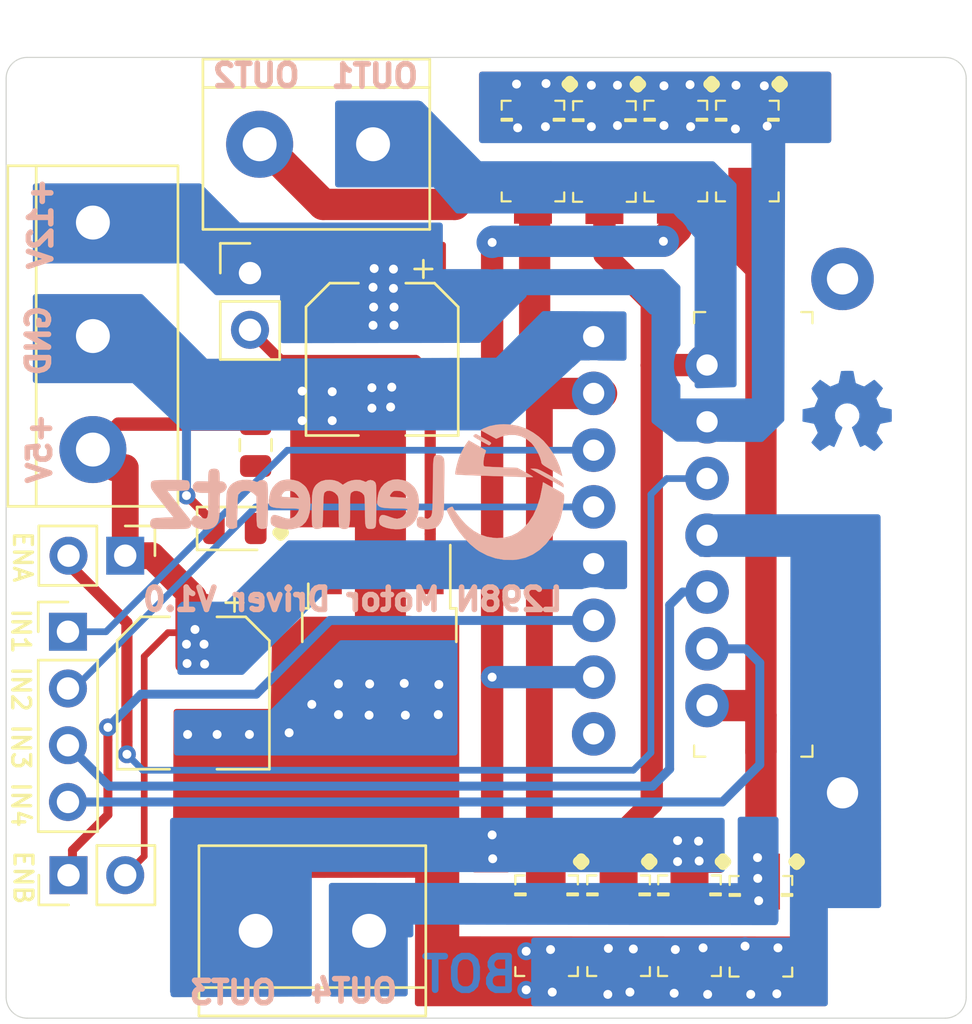
<source format=kicad_pcb>
(kicad_pcb (version 20171130) (host pcbnew 5.1.5-52549c5~86~ubuntu16.04.1)

  (general
    (thickness 1.6)
    (drawings 29)
    (tracks 190)
    (zones 0)
    (modules 27)
    (nets 16)
  )

  (page A4)
  (title_block
    (title "L298N Motor Driver")
    (date 2020-07-23)
    (rev V1.0)
    (company "Elementz Engineers Guild Pvt Ltd")
    (comment 1 "Verified by : Jerryl")
    (comment 2 "Drawn by : Arun M G")
  )

  (layers
    (0 F.Cu signal)
    (31 B.Cu signal hide)
    (32 B.Adhes user)
    (33 F.Adhes user)
    (34 B.Paste user)
    (35 F.Paste user)
    (36 B.SilkS user)
    (37 F.SilkS user)
    (38 B.Mask user)
    (39 F.Mask user)
    (40 Dwgs.User user)
    (41 Cmts.User user)
    (42 Eco1.User user)
    (43 Eco2.User user)
    (44 Edge.Cuts user)
    (45 Margin user)
    (46 B.CrtYd user)
    (47 F.CrtYd user)
    (48 B.Fab user)
    (49 F.Fab user hide)
  )

  (setup
    (last_trace_width 0.25)
    (user_trace_width 0.2)
    (user_trace_width 0.3)
    (user_trace_width 0.4)
    (user_trace_width 0.5)
    (user_trace_width 0.6)
    (user_trace_width 0.7)
    (user_trace_width 0.8)
    (user_trace_width 0.9)
    (user_trace_width 1)
    (user_trace_width 1.2)
    (user_trace_width 1.4)
    (user_trace_width 1.6)
    (user_trace_width 1.8)
    (user_trace_width 2)
    (trace_clearance 0.2)
    (zone_clearance 0.508)
    (zone_45_only no)
    (trace_min 0.2)
    (via_size 0.8)
    (via_drill 0.4)
    (via_min_size 0.4)
    (via_min_drill 0.3)
    (uvia_size 0.3)
    (uvia_drill 0.1)
    (uvias_allowed no)
    (uvia_min_size 0.2)
    (uvia_min_drill 0.1)
    (edge_width 0.05)
    (segment_width 0.2)
    (pcb_text_width 0.3)
    (pcb_text_size 1.5 1.5)
    (mod_edge_width 0.12)
    (mod_text_size 1 1)
    (mod_text_width 0.15)
    (pad_size 2.8 2.8)
    (pad_drill 1.4)
    (pad_to_mask_clearance 0.051)
    (solder_mask_min_width 0.25)
    (aux_axis_origin 0 0)
    (visible_elements FFFFF77F)
    (pcbplotparams
      (layerselection 0x010fc_ffffffff)
      (usegerberextensions false)
      (usegerberattributes false)
      (usegerberadvancedattributes false)
      (creategerberjobfile false)
      (excludeedgelayer true)
      (linewidth 0.100000)
      (plotframeref false)
      (viasonmask false)
      (mode 1)
      (useauxorigin false)
      (hpglpennumber 1)
      (hpglpenspeed 20)
      (hpglpendiameter 15.000000)
      (psnegative false)
      (psa4output false)
      (plotreference true)
      (plotvalue false)
      (plotinvisibletext false)
      (padsonsilk false)
      (subtractmaskfromsilk false)
      (outputformat 1)
      (mirror false)
      (drillshape 0)
      (scaleselection 1)
      (outputdirectory "Gerber"))
  )

  (net 0 "")
  (net 1 GND)
  (net 2 "Net-(D9-Pad2)")
  (net 3 "Net-(J1-Pad4)")
  (net 4 "Net-(J1-Pad3)")
  (net 5 "Net-(J1-Pad2)")
  (net 6 "Net-(J1-Pad1)")
  (net 7 "Net-(D2-Pad2)")
  (net 8 "Net-(D1-Pad2)")
  (net 9 "Net-(J3-Pad2)")
  (net 10 +5V)
  (net 11 "Net-(D4-Pad2)")
  (net 12 "Net-(D3-Pad2)")
  (net 13 "Net-(J5-Pad1)")
  (net 14 VCC)
  (net 15 "Net-(J7-Pad2)")

  (net_class Default "This is the default net class."
    (clearance 0.2)
    (trace_width 0.25)
    (via_dia 0.8)
    (via_drill 0.4)
    (uvia_dia 0.3)
    (uvia_drill 0.1)
    (add_net +5V)
    (add_net GND)
    (add_net "Net-(D1-Pad2)")
    (add_net "Net-(D2-Pad2)")
    (add_net "Net-(D3-Pad2)")
    (add_net "Net-(D4-Pad2)")
    (add_net "Net-(D9-Pad2)")
    (add_net "Net-(J1-Pad1)")
    (add_net "Net-(J1-Pad2)")
    (add_net "Net-(J1-Pad3)")
    (add_net "Net-(J1-Pad4)")
    (add_net "Net-(J3-Pad2)")
    (add_net "Net-(J5-Pad1)")
    (add_net "Net-(J7-Pad2)")
    (add_net VCC)
  )

  (module digikey-footprints:Multiwatt-15 (layer F.Cu) (tedit 5F1FD197) (tstamp 5F17DAB6)
    (at 151.2316 92.3036 270)
    (descr http://www.st.com/content/ccc/resource/technical/document/datasheet/ab/d6/fa/99/84/36/49/ee/CD00000017.pdf/files/CD00000017.pdf/jcr:content/translations/en.CD00000017.pdf)
    (path /5F16E9BE)
    (fp_text reference U1 (at 5.8642 8.4328 270) (layer F.Fab)
      (effects (font (size 1 1) (thickness 0.15)))
    )
    (fp_text value L298N (at -0.5254 8.6968 270) (layer F.Fab)
      (effects (font (size 1 1) (thickness 0.15)))
    )
    (fp_line (start -9.8254 -3.4832) (end 9.7746 -3.4832) (layer F.Fab) (width 0.1))
    (fp_line (start -9.8254 -3.4832) (end -9.8254 1.5168) (layer F.Fab) (width 0.1))
    (fp_line (start 9.7746 -3.4832) (end 9.7746 1.5168) (layer F.Fab) (width 0.1))
    (fp_line (start -9.8254 1.5168) (end 9.7746 1.5168) (layer F.Fab) (width 0.1))
    (fp_line (start 9.8846 -3.6532) (end 9.3846 -3.6532) (layer F.SilkS) (width 0.1))
    (fp_line (start 9.8846 -3.6532) (end 9.8846 -3.1532) (layer F.SilkS) (width 0.1))
    (fp_line (start 9.8846 1.6468) (end 9.8846 1.1468) (layer F.SilkS) (width 0.1))
    (fp_line (start 9.8846 1.6468) (end 9.3846 1.6468) (layer F.SilkS) (width 0.1))
    (fp_line (start -10.0154 1.6468) (end -9.5154 1.6468) (layer F.SilkS) (width 0.1))
    (fp_line (start -10.0154 1.6468) (end -10.0154 1.1468) (layer F.SilkS) (width 0.1))
    (fp_line (start -9.9154 -3.6532) (end -9.5154 -3.6532) (layer F.SilkS) (width 0.1))
    (fp_line (start -10.0154 -3.6532) (end -10.0154 -3.1532) (layer F.SilkS) (width 0.1))
    (fp_line (start -10.0154 -3.6532) (end -9.9154 -3.6532) (layer F.SilkS) (width 0.1))
    (fp_line (start 10.0946 7.3768) (end -10.1454 7.3768) (layer F.CrtYd) (width 0.05))
    (fp_line (start 10.0946 -3.7332) (end -10.1454 -3.7332) (layer F.CrtYd) (width 0.05))
    (fp_line (start -10.1454 -3.7332) (end -10.1454 7.3768) (layer F.CrtYd) (width 0.05))
    (fp_line (start 10.0946 7.3768) (end 10.0946 -3.7332) (layer F.CrtYd) (width 0.05))
    (pad 15 thru_hole circle (at 8.8646 6.1468 270) (size 1.95 1.95) (drill 0.95) (layers *.Cu *.Mask))
    (pad 14 thru_hole circle (at 7.5946 1.0668 270) (size 1.95 1.95) (drill 0.95) (layers *.Cu *.Mask)
      (net 11 "Net-(D4-Pad2)"))
    (pad 13 thru_hole circle (at 6.3246 6.1468 270) (size 1.95 1.95) (drill 0.95) (layers *.Cu *.Mask)
      (net 12 "Net-(D3-Pad2)"))
    (pad 12 thru_hole circle (at 5.0546 1.0668 270) (size 1.95 1.95) (drill 0.95) (layers *.Cu *.Mask)
      (net 3 "Net-(J1-Pad4)"))
    (pad 11 thru_hole circle (at 3.7846 6.1468 270) (size 1.95 1.95) (drill 0.95) (layers *.Cu *.Mask)
      (net 13 "Net-(J5-Pad1)"))
    (pad 10 thru_hole circle (at 2.5146 1.0668 270) (size 1.95 1.95) (drill 0.95) (layers *.Cu *.Mask)
      (net 4 "Net-(J1-Pad3)"))
    (pad 9 thru_hole circle (at 1.2446 6.1468 270) (size 1.95 1.95) (drill 0.95) (layers *.Cu *.Mask)
      (net 10 +5V))
    (pad 8 thru_hole circle (at -0.0254 1.0668 270) (size 1.95 1.95) (drill 0.95) (layers *.Cu *.Mask)
      (net 1 GND))
    (pad 7 thru_hole circle (at -1.2954 6.1468 270) (size 1.95 1.95) (drill 0.95) (layers *.Cu *.Mask)
      (net 5 "Net-(J1-Pad2)"))
    (pad 6 thru_hole circle (at -2.5654 1.0668 270) (size 1.95 1.95) (drill 0.95) (layers *.Cu *.Mask)
      (net 9 "Net-(J3-Pad2)"))
    (pad 5 thru_hole circle (at -3.8354 6.1468 270) (size 1.95 1.95) (drill 0.95) (layers *.Cu *.Mask)
      (net 6 "Net-(J1-Pad1)"))
    (pad 4 thru_hole circle (at -5.1054 1.0668 270) (size 1.95 1.95) (drill 0.95) (layers *.Cu *.Mask)
      (net 14 VCC))
    (pad 3 thru_hole circle (at -6.3754 6.1468 270) (size 1.95 1.95) (drill 0.95) (layers *.Cu *.Mask)
      (net 7 "Net-(D2-Pad2)"))
    (pad 2 thru_hole circle (at -7.6454 1.0668 270) (size 1.95 1.95) (drill 0.95) (layers *.Cu *.Mask)
      (net 8 "Net-(D1-Pad2)"))
    (pad 1 thru_hole circle (at -8.9154 6.1468 270) (size 1.95 1.95) (drill 0.95) (layers *.Cu *.Mask)
      (net 1 GND))
    (pad 16 thru_hole circle (at -11.5 -5 270) (size 2.8 2.8) (drill 1.4) (layers *.Cu *.Mask))
    (pad 16 thru_hole circle (at 11.5 -5 270) (size 2.8 2.8) (drill 1.4) (layers *.Cu *.Mask)
      (net 1 GND))
  )

  (module OSHW-logo:OSHW-logo_copper-back_4mm (layer B.Cu) (tedit 0) (tstamp 5F1F45D1)
    (at 156.4386 86.7156 180)
    (fp_text reference G*** (at 0 -2.1209) (layer B.SilkS) hide
      (effects (font (size 0.18034 0.18034) (thickness 0.03556)) (justify mirror))
    )
    (fp_text value OSHW-logo_copper-back_4mm (at 0 2.1209) (layer B.SilkS) hide
      (effects (font (size 0.18034 0.18034) (thickness 0.03556)) (justify mirror))
    )
    (fp_poly (pts (xy 1.21158 -1.79578) (xy 1.19126 -1.78562) (xy 1.143 -1.75514) (xy 1.07696 -1.71196)
      (xy 0.99822 -1.65862) (xy 0.91948 -1.60528) (xy 0.85344 -1.5621) (xy 0.80772 -1.53162)
      (xy 0.78994 -1.52146) (xy 0.77978 -1.524) (xy 0.74168 -1.54432) (xy 0.6858 -1.57226)
      (xy 0.65532 -1.5875) (xy 0.60452 -1.61036) (xy 0.57912 -1.61544) (xy 0.57658 -1.60782)
      (xy 0.55626 -1.56972) (xy 0.52832 -1.50368) (xy 0.49022 -1.41732) (xy 0.44704 -1.31572)
      (xy 0.40132 -1.2065) (xy 0.3556 -1.09474) (xy 0.30988 -0.98806) (xy 0.27178 -0.89154)
      (xy 0.23876 -0.81534) (xy 0.21844 -0.75946) (xy 0.21082 -0.7366) (xy 0.21336 -0.73152)
      (xy 0.23876 -0.70866) (xy 0.28194 -0.67564) (xy 0.37846 -0.5969) (xy 0.4699 -0.48006)
      (xy 0.52832 -0.34798) (xy 0.5461 -0.20066) (xy 0.53086 -0.06604) (xy 0.47752 0.0635)
      (xy 0.38608 0.18288) (xy 0.27432 0.26924) (xy 0.14478 0.32512) (xy 0 0.3429)
      (xy -0.1397 0.32766) (xy -0.27178 0.27432) (xy -0.39116 0.18542) (xy -0.43942 0.127)
      (xy -0.508 0.00762) (xy -0.54864 -0.11938) (xy -0.55118 -0.14986) (xy -0.5461 -0.2921)
      (xy -0.50546 -0.42672) (xy -0.4318 -0.5461) (xy -0.32766 -0.64516) (xy -0.31496 -0.65532)
      (xy -0.2667 -0.69088) (xy -0.23622 -0.71374) (xy -0.21082 -0.73406) (xy -0.38862 -1.16586)
      (xy -0.41656 -1.23444) (xy -0.46736 -1.35128) (xy -0.51054 -1.45288) (xy -0.54356 -1.53416)
      (xy -0.56896 -1.5875) (xy -0.57912 -1.61036) (xy -0.59436 -1.6129) (xy -0.62738 -1.6002)
      (xy -0.68834 -1.57226) (xy -0.72898 -1.55194) (xy -0.7747 -1.52908) (xy -0.79502 -1.52146)
      (xy -0.8128 -1.53162) (xy -0.85598 -1.55956) (xy -0.91948 -1.60274) (xy -0.99568 -1.65354)
      (xy -1.06934 -1.70434) (xy -1.13792 -1.75006) (xy -1.18618 -1.78054) (xy -1.21158 -1.79324)
      (xy -1.21412 -1.79324) (xy -1.23444 -1.78054) (xy -1.27508 -1.75006) (xy -1.3335 -1.69418)
      (xy -1.41478 -1.6129) (xy -1.42748 -1.6002) (xy -1.49606 -1.52908) (xy -1.55194 -1.47066)
      (xy -1.59004 -1.43002) (xy -1.60274 -1.41224) (xy -1.59004 -1.38684) (xy -1.55956 -1.33858)
      (xy -1.51384 -1.27) (xy -1.4605 -1.19126) (xy -1.31826 -0.98298) (xy -1.397 -0.7874)
      (xy -1.41986 -0.72898) (xy -1.45034 -0.65532) (xy -1.4732 -0.60452) (xy -1.4859 -0.58166)
      (xy -1.50622 -0.57404) (xy -1.55956 -0.56134) (xy -1.6383 -0.54356) (xy -1.72974 -0.52832)
      (xy -1.81864 -0.51054) (xy -1.89738 -0.4953) (xy -1.9558 -0.48514) (xy -1.9812 -0.48006)
      (xy -1.98628 -0.47498) (xy -1.99136 -0.46228) (xy -1.99644 -0.43688) (xy -1.99644 -0.38862)
      (xy -1.99898 -0.31242) (xy -1.99898 -0.20066) (xy -1.99898 -0.1905) (xy -1.99644 -0.08382)
      (xy -1.99644 0) (xy -1.9939 0.05334) (xy -1.98882 0.07366) (xy -1.96342 0.08128)
      (xy -1.90754 0.09144) (xy -1.8288 0.10922) (xy -1.73228 0.127) (xy -1.7272 0.127)
      (xy -1.63322 0.14478) (xy -1.55448 0.16256) (xy -1.4986 0.17526) (xy -1.47574 0.18288)
      (xy -1.47066 0.18796) (xy -1.45034 0.22606) (xy -1.4224 0.28448) (xy -1.39192 0.3556)
      (xy -1.36144 0.42926) (xy -1.3335 0.49784) (xy -1.31572 0.5461) (xy -1.31064 0.56896)
      (xy -1.32588 0.59182) (xy -1.3589 0.64262) (xy -1.40462 0.70866) (xy -1.4605 0.78994)
      (xy -1.46304 0.79756) (xy -1.51892 0.8763) (xy -1.5621 0.94488) (xy -1.59258 0.99314)
      (xy -1.60274 1.01346) (xy -1.60274 1.016) (xy -1.58496 1.03886) (xy -1.54432 1.08458)
      (xy -1.4859 1.14554) (xy -1.41478 1.21666) (xy -1.39192 1.23698) (xy -1.31572 1.31318)
      (xy -1.26238 1.36398) (xy -1.22682 1.38938) (xy -1.21158 1.397) (xy -1.21158 1.39446)
      (xy -1.18618 1.38176) (xy -1.13538 1.34874) (xy -1.0668 1.30048) (xy -0.98552 1.24714)
      (xy -0.98044 1.24206) (xy -0.9017 1.18872) (xy -0.83566 1.143) (xy -0.7874 1.11252)
      (xy -0.76708 1.09982) (xy -0.762 1.09982) (xy -0.73152 1.10998) (xy -0.6731 1.12776)
      (xy -0.60452 1.1557) (xy -0.53086 1.18618) (xy -0.46228 1.21412) (xy -0.41148 1.23698)
      (xy -0.38862 1.24968) (xy -0.38862 1.25222) (xy -0.37846 1.28016) (xy -0.36576 1.34112)
      (xy -0.34798 1.4224) (xy -0.3302 1.52146) (xy -0.32766 1.5367) (xy -0.30988 1.63068)
      (xy -0.29464 1.70942) (xy -0.28194 1.7653) (xy -0.27686 1.78816) (xy -0.26416 1.7907)
      (xy -0.2159 1.79324) (xy -0.14478 1.79578) (xy -0.05842 1.79578) (xy 0.03048 1.79578)
      (xy 0.11684 1.79324) (xy 0.19304 1.7907) (xy 0.24638 1.78816) (xy 0.26924 1.78308)
      (xy 0.27178 1.78054) (xy 0.2794 1.7526) (xy 0.2921 1.69164) (xy 0.30988 1.61036)
      (xy 0.32766 1.5113) (xy 0.3302 1.49352) (xy 0.34798 1.39954) (xy 0.36576 1.3208)
      (xy 0.37592 1.26746) (xy 0.38354 1.24714) (xy 0.39116 1.24206) (xy 0.42926 1.22428)
      (xy 0.49276 1.19888) (xy 0.57404 1.16586) (xy 0.75692 1.0922) (xy 0.98044 1.24714)
      (xy 1.00076 1.25984) (xy 1.08204 1.31572) (xy 1.14808 1.3589) (xy 1.1938 1.38938)
      (xy 1.21412 1.39954) (xy 1.23698 1.37922) (xy 1.2827 1.33858) (xy 1.34366 1.27762)
      (xy 1.41224 1.20904) (xy 1.46558 1.1557) (xy 1.52654 1.0922) (xy 1.56718 1.05156)
      (xy 1.5875 1.02362) (xy 1.59512 1.00584) (xy 1.59258 0.99568) (xy 1.57988 0.97282)
      (xy 1.54686 0.92456) (xy 1.50114 0.85598) (xy 1.44526 0.77724) (xy 1.39954 0.70866)
      (xy 1.35128 0.635) (xy 1.3208 0.58166) (xy 1.3081 0.55372) (xy 1.31064 0.54356)
      (xy 1.32842 0.50038) (xy 1.35382 0.4318) (xy 1.38684 0.35306) (xy 1.46558 0.17526)
      (xy 1.58242 0.15494) (xy 1.65354 0.1397) (xy 1.7526 0.12192) (xy 1.84658 0.10414)
      (xy 1.9939 0.07366) (xy 1.99898 -0.46482) (xy 1.97612 -0.47498) (xy 1.95326 -0.4826)
      (xy 1.89992 -0.49276) (xy 1.82118 -0.508) (xy 1.72974 -0.52578) (xy 1.651 -0.54102)
      (xy 1.57226 -0.55626) (xy 1.51638 -0.56642) (xy 1.49098 -0.5715) (xy 1.48336 -0.58166)
      (xy 1.46304 -0.61976) (xy 1.4351 -0.68072) (xy 1.40462 -0.75438) (xy 1.37414 -0.82804)
      (xy 1.3462 -0.89916) (xy 1.32588 -0.9525) (xy 1.31826 -0.98044) (xy 1.32842 -1.00076)
      (xy 1.3589 -1.04648) (xy 1.40208 -1.11252) (xy 1.45542 -1.19126) (xy 1.5113 -1.27)
      (xy 1.55448 -1.33858) (xy 1.5875 -1.38684) (xy 1.6002 -1.40716) (xy 1.59258 -1.4224)
      (xy 1.5621 -1.4605) (xy 1.50368 -1.52146) (xy 1.41478 -1.61036) (xy 1.39954 -1.62306)
      (xy 1.33096 -1.69164) (xy 1.27 -1.74498) (xy 1.22936 -1.78308) (xy 1.21158 -1.79578)) (layer B.Cu) (width 0.00254))
  )

  (module MountingHole:MountingHole_2.5mm (layer F.Cu) (tedit 56D1B4CB) (tstamp 5F175987)
    (at 121.2704 111.3914)
    (descr "Mounting Hole 2.5mm, no annular")
    (tags "mounting hole 2.5mm no annular")
    (path /5F21089E)
    (attr virtual)
    (fp_text reference H4 (at 0 -3.5) (layer F.Fab)
      (effects (font (size 1 1) (thickness 0.15)))
    )
    (fp_text value MountingHole (at 0 3.5) (layer F.Fab)
      (effects (font (size 1 1) (thickness 0.15)))
    )
    (fp_circle (center 0 0) (end 2.75 0) (layer F.CrtYd) (width 0.05))
    (fp_circle (center 0 0) (end 2.5 0) (layer Cmts.User) (width 0.15))
    (fp_text user %R (at 0.3 0) (layer F.Fab)
      (effects (font (size 1 1) (thickness 0.15)))
    )
    (pad 1 np_thru_hole circle (at 0 0) (size 2.5 2.5) (drill 2.5) (layers *.Cu *.Mask))
  )

  (module MountingHole:MountingHole_2.5mm (layer F.Cu) (tedit 56D1B4CB) (tstamp 5F175977)
    (at 121.2704 73.3914)
    (descr "Mounting Hole 2.5mm, no annular")
    (tags "mounting hole 2.5mm no annular")
    (path /5F21055F)
    (attr virtual)
    (fp_text reference H3 (at 0 -3.5) (layer F.Fab)
      (effects (font (size 1 1) (thickness 0.15)))
    )
    (fp_text value MountingHole (at 0 3.5) (layer F.Fab)
      (effects (font (size 1 1) (thickness 0.15)))
    )
    (fp_circle (center 0 0) (end 2.75 0) (layer F.CrtYd) (width 0.05))
    (fp_circle (center 0 0) (end 2.5 0) (layer Cmts.User) (width 0.15))
    (fp_text user %R (at 0.3 0) (layer F.Fab)
      (effects (font (size 1 1) (thickness 0.15)))
    )
    (pad 1 np_thru_hole circle (at 0 0) (size 2.5 2.5) (drill 2.5) (layers *.Cu *.Mask))
  )

  (module MountingHole:MountingHole_2.5mm (layer F.Cu) (tedit 56D1B4CB) (tstamp 5F175967)
    (at 159.2704 111.3914)
    (descr "Mounting Hole 2.5mm, no annular")
    (tags "mounting hole 2.5mm no annular")
    (path /5F210223)
    (attr virtual)
    (fp_text reference H2 (at 0 -3.5) (layer F.Fab)
      (effects (font (size 1 1) (thickness 0.15)))
    )
    (fp_text value MountingHole (at 0 3.5) (layer F.Fab)
      (effects (font (size 1 1) (thickness 0.15)))
    )
    (fp_circle (center 0 0) (end 2.75 0) (layer F.CrtYd) (width 0.05))
    (fp_circle (center 0 0) (end 2.5 0) (layer Cmts.User) (width 0.15))
    (fp_text user %R (at 0.3 0) (layer F.Fab)
      (effects (font (size 1 1) (thickness 0.15)))
    )
    (pad 1 np_thru_hole circle (at 0 0) (size 2.5 2.5) (drill 2.5) (layers *.Cu *.Mask))
  )

  (module MountingHole:MountingHole_2.5mm (layer F.Cu) (tedit 56D1B4CB) (tstamp 5F175957)
    (at 159.2704 73.3914)
    (descr "Mounting Hole 2.5mm, no annular")
    (tags "mounting hole 2.5mm no annular")
    (path /5F20ED01)
    (attr virtual)
    (fp_text reference H1 (at 0 -3.5) (layer F.Fab)
      (effects (font (size 1 1) (thickness 0.15)))
    )
    (fp_text value MountingHole (at 0 3.5) (layer F.Fab)
      (effects (font (size 1 1) (thickness 0.15)))
    )
    (fp_circle (center 0 0) (end 2.75 0) (layer F.CrtYd) (width 0.05))
    (fp_circle (center 0 0) (end 2.5 0) (layer Cmts.User) (width 0.15))
    (fp_text user %R (at 0.3 0) (layer F.Fab)
      (effects (font (size 1 1) (thickness 0.15)))
    )
    (pad 1 np_thru_hole circle (at 0 0) (size 2.5 2.5) (drill 2.5) (layers *.Cu *.Mask))
  )

  (module USER:elementz_logo_invert_18_6 locked (layer B.Cu) (tedit 0) (tstamp 5F19A4BD)
    (at 134.493 90.3478 180)
    (fp_text reference G*** (at 0 0) (layer B.SilkS) hide
      (effects (font (size 1.524 1.524) (thickness 0.3)) (justify mirror))
    )
    (fp_text value LOGO (at 0.75 0) (layer B.SilkS) hide
      (effects (font (size 1.524 1.524) (thickness 0.3)) (justify mirror))
    )
    (fp_poly (pts (xy -5.284375 2.588321) (xy -5.237082 2.554365) (xy -5.214284 2.530305) (xy -5.210049 2.507523)
      (xy -5.231706 2.479654) (xy -5.286585 2.440336) (xy -5.382016 2.383204) (xy -5.525329 2.301896)
      (xy -5.532606 2.2978) (xy -5.667835 2.222428) (xy -5.7826 2.159836) (xy -5.865893 2.115928)
      (xy -5.906705 2.096608) (xy -5.908517 2.096193) (xy -5.941959 2.116469) (xy -5.978626 2.152095)
      (xy -5.996739 2.177625) (xy -5.995204 2.202518) (xy -5.966336 2.233346) (xy -5.902448 2.27668)
      (xy -5.795854 2.33909) (xy -5.690797 2.398157) (xy -5.558 2.472083) (xy -5.445036 2.534435)
      (xy -5.363632 2.578775) (xy -5.325519 2.598668) (xy -5.325164 2.598821) (xy -5.284375 2.588321)) (layer B.SilkS) (width 0.01))
    (fp_poly (pts (xy -6.234804 3.017173) (xy -5.930603 2.953815) (xy -5.660097 2.848985) (xy -5.62744 2.831976)
      (xy -5.524005 2.776238) (xy -6.228253 2.387168) (xy -6.400568 2.466057) (xy -6.599242 2.531518)
      (xy -6.806204 2.562591) (xy -7.09123 2.558921) (xy -7.346268 2.500706) (xy -7.577394 2.385665)
      (xy -7.790683 2.21152) (xy -7.819287 2.182479) (xy -7.920997 2.056625) (xy -8.024092 1.895245)
      (xy -8.118151 1.718256) (xy -8.192756 1.545578) (xy -8.237486 1.397127) (xy -8.241394 1.375579)
      (xy -8.248472 1.333984) (xy -8.25928 1.298554) (xy -8.280078 1.264789) (xy -8.317131 1.228191)
      (xy -8.376698 1.184258) (xy -8.465044 1.128493) (xy -8.588429 1.056395) (xy -8.753116 0.963464)
      (xy -8.965368 0.845202) (xy -9.028069 0.810332) (xy -9.182012 0.724714) (xy -9.159319 0.83067)
      (xy -9.071421 1.129742) (xy -8.936705 1.442304) (xy -8.764334 1.751885) (xy -8.563477 2.042008)
      (xy -8.344759 2.294712) (xy -8.133299 2.484271) (xy -7.890568 2.659251) (xy -7.641273 2.80268)
      (xy -7.532011 2.853047) (xy -7.221305 2.956996) (xy -6.892983 3.018905) (xy -6.559874 3.038917)
      (xy -6.234804 3.017173)) (layer B.SilkS) (width 0.01))
    (fp_poly (pts (xy -4.944155 2.243739) (xy -4.858953 2.123776) (xy -4.764662 1.965552) (xy -4.673011 1.790799)
      (xy -4.595731 1.621246) (xy -4.564236 1.539875) (xy -4.515746 1.391531) (xy -4.471897 1.235974)
      (xy -4.435496 1.08612) (xy -4.409348 0.954886) (xy -4.396259 0.85519) (xy -4.399033 0.799946)
      (xy -4.402386 0.794724) (xy -4.438932 0.788649) (xy -4.53214 0.781273) (xy -4.67519 0.772917)
      (xy -4.861265 0.763901) (xy -5.083547 0.754544) (xy -5.335217 0.745166) (xy -5.609457 0.736086)
      (xy -5.730875 0.732405) (xy -6.032295 0.723379) (xy -6.330801 0.714183) (xy -6.616577 0.705139)
      (xy -6.879806 0.696567) (xy -7.110671 0.688788) (xy -7.299355 0.682122) (xy -7.436042 0.67689)
      (xy -7.453313 0.67617) (xy -7.608339 0.670792) (xy -7.737618 0.668593) (xy -7.829495 0.669597)
      (xy -7.872316 0.673829) (xy -7.874 0.675275) (xy -7.850657 0.69987) (xy -7.778936 0.747471)
      (xy -7.6563 0.819612) (xy -7.480211 0.917826) (xy -7.402408 0.960317) (xy -7.168941 1.087265)
      (xy -6.44636 1.110546) (xy -6.236894 1.118297) (xy -6.047701 1.127202) (xy -5.888365 1.136654)
      (xy -5.768467 1.146049) (xy -5.697589 1.15478) (xy -5.683411 1.158776) (xy -5.662693 1.204142)
      (xy -5.656077 1.293812) (xy -5.662127 1.410521) (xy -5.679405 1.537006) (xy -5.706476 1.656)
      (xy -5.7306 1.72587) (xy -5.758223 1.806149) (xy -5.76544 1.860181) (xy -5.762115 1.868745)
      (xy -5.728446 1.891256) (xy -5.650355 1.938597) (xy -5.538685 2.004325) (xy -5.404281 2.082)
      (xy -5.371318 2.100864) (xy -5.000625 2.312602) (xy -4.944155 2.243739)) (layer B.SilkS) (width 0.01))
    (fp_poly (pts (xy -8.125582 0.841375) (xy -8.260083 0.764582) (xy -8.373299 0.700747) (xy -8.45466 0.655772)
      (xy -8.493598 0.635556) (xy -8.49532 0.635) (xy -8.525874 0.620393) (xy -8.596044 0.582111)
      (xy -8.689862 0.528888) (xy -8.824496 0.451794) (xy -8.972226 0.367846) (xy -9.056688 0.320183)
      (xy -9.23925 0.21759) (xy -9.239251 0.310735) (xy -9.236235 0.343711) (xy -9.222501 0.37481)
      (xy -9.191022 0.409126) (xy -9.134767 0.451751) (xy -9.046708 0.507778) (xy -8.919816 0.582298)
      (xy -8.747061 0.680406) (xy -8.666354 0.725815) (xy -8.470325 0.835268) (xy -8.320003 0.916861)
      (xy -8.206185 0.974617) (xy -8.119663 1.01256) (xy -8.051231 1.034714) (xy -7.991683 1.045102)
      (xy -7.931814 1.047749) (xy -7.929791 1.04775) (xy -7.766123 1.04775) (xy -8.125582 0.841375)) (layer B.SilkS) (width 0.01))
    (fp_poly (pts (xy 5.134333 0.545112) (xy 5.315687 0.511418) (xy 5.413375 0.477604) (xy 5.568295 0.396348)
      (xy 5.679174 0.300219) (xy 5.765388 0.171087) (xy 5.78712 0.127856) (xy 5.80935 0.077187)
      (xy 5.82647 0.023707) (xy 5.839316 -0.04181) (xy 5.848724 -0.128593) (xy 5.85553 -0.245871)
      (xy 5.86057 -0.402871) (xy 5.86468 -0.608822) (xy 5.866953 -0.7534) (xy 5.87796 -1.490925)
      (xy 5.797923 -1.570962) (xy 5.690622 -1.637418) (xy 5.565395 -1.645191) (xy 5.461 -1.609966)
      (xy 5.381625 -1.569868) (xy 5.36575 -0.840423) (xy 5.360467 -0.606835) (xy 5.355472 -0.428281)
      (xy 5.34981 -0.296308) (xy 5.342525 -0.202461) (xy 5.332665 -0.138287) (xy 5.319273 -0.095333)
      (xy 5.301397 -0.065144) (xy 5.278082 -0.039267) (xy 5.274948 -0.036124) (xy 5.161883 0.035049)
      (xy 5.020371 0.063428) (xy 4.867874 0.050088) (xy 4.721852 -0.003893) (xy 4.620542 -0.076452)
      (xy 4.5085 -0.182122) (xy 4.5085 -0.819817) (xy 4.506595 -1.067746) (xy 4.501038 -1.268931)
      (xy 4.492069 -1.41859) (xy 4.479924 -1.511939) (xy 4.472879 -1.53569) (xy 4.405672 -1.611399)
      (xy 4.296768 -1.645997) (xy 4.154675 -1.637254) (xy 4.117759 -1.628766) (xy 4.063646 -1.589777)
      (xy 4.030447 -1.535132) (xy 4.022725 -1.483814) (xy 4.015742 -1.377853) (xy 4.009764 -1.226105)
      (xy 4.005058 -1.037427) (xy 4.001892 -0.820672) (xy 4.000532 -0.584699) (xy 4.0005 -0.541964)
      (xy 4.000684 -0.276474) (xy 4.001566 -0.067003) (xy 4.003639 0.09393) (xy 4.007396 0.213804)
      (xy 4.01333 0.300101) (xy 4.021934 0.360302) (xy 4.033703 0.401886) (xy 4.049128 0.432334)
      (xy 4.066304 0.456094) (xy 4.152403 0.519636) (xy 4.262 0.541479) (xy 4.369405 0.51935)
      (xy 4.418614 0.487271) (xy 4.459166 0.457292) (xy 4.501512 0.45339) (xy 4.568251 0.476498)
      (xy 4.610603 0.495208) (xy 4.758484 0.537518) (xy 4.940829 0.553983) (xy 5.134333 0.545112)) (layer B.SilkS) (width 0.01))
    (fp_poly (pts (xy 1.422759 0.541506) (xy 1.602466 0.491268) (xy 1.628952 0.479238) (xy 1.735534 0.414179)
      (xy 1.830527 0.334166) (xy 1.860914 0.299807) (xy 1.912944 0.224168) (xy 1.953459 0.144032)
      (xy 1.983836 0.050482) (xy 2.005452 -0.0654) (xy 2.019684 -0.212532) (xy 2.027906 -0.399832)
      (xy 2.031496 -0.636218) (xy 2.032 -0.808684) (xy 2.031739 -1.038011) (xy 2.030455 -1.212473)
      (xy 2.027388 -1.340702) (xy 2.021781 -1.431332) (xy 2.012878 -1.492997) (xy 1.999922 -1.53433)
      (xy 1.982154 -1.563964) (xy 1.963899 -1.585123) (xy 1.908229 -1.631434) (xy 1.842259 -1.647393)
      (xy 1.754763 -1.642324) (xy 1.660221 -1.624719) (xy 1.590788 -1.599445) (xy 1.576801 -1.58958)
      (xy 1.562375 -1.545246) (xy 1.549877 -1.44219) (xy 1.539221 -1.27918) (xy 1.530326 -1.054985)
      (xy 1.524 -0.811361) (xy 1.518501 -0.573148) (xy 1.51299 -0.390189) (xy 1.506687 -0.254241)
      (xy 1.498814 -0.157062) (xy 1.488591 -0.09041) (xy 1.475239 -0.046043) (xy 1.457981 -0.015718)
      (xy 1.447641 -0.003244) (xy 1.356215 0.054382) (xy 1.240186 0.066284) (xy 1.114619 0.036328)
      (xy 0.994578 -0.031625) (xy 0.895127 -0.133709) (xy 0.885757 -0.147361) (xy 0.86544 -0.183654)
      (xy 0.850268 -0.228487) (xy 0.839501 -0.291065) (xy 0.832401 -0.380596) (xy 0.828228 -0.506285)
      (xy 0.826243 -0.677339) (xy 0.825709 -0.895137) (xy 0.825417 -1.115268) (xy 0.824122 -1.28058)
      (xy 0.820953 -1.399754) (xy 0.815042 -1.481473) (xy 0.805518 -1.534415) (xy 0.791511 -1.567264)
      (xy 0.772152 -1.5887) (xy 0.754935 -1.601574) (xy 0.667366 -1.640222) (xy 0.598782 -1.651)
      (xy 0.516412 -1.646798) (xy 0.451799 -1.629662) (xy 0.402811 -1.592792) (xy 0.36732 -1.529389)
      (xy 0.343194 -1.432655) (xy 0.328303 -1.29579) (xy 0.320518 -1.111996) (xy 0.317709 -0.874475)
      (xy 0.3175 -0.753236) (xy 0.317302 -0.529044) (xy 0.316136 -0.359597) (xy 0.313142 -0.236143)
      (xy 0.307459 -0.149926) (xy 0.298226 -0.092193) (xy 0.284584 -0.05419) (xy 0.265671 -0.027163)
      (xy 0.244016 -0.005534) (xy 0.143316 0.049177) (xy 0.020244 0.059399) (xy -0.107361 0.029791)
      (xy -0.221663 -0.034988) (xy -0.304823 -0.13028) (xy -0.315756 -0.151724) (xy -0.327384 -0.2095)
      (xy -0.336955 -0.322114) (xy -0.344049 -0.480928) (xy -0.34825 -0.677302) (xy -0.34925 -0.844956)
      (xy -0.350486 -1.081477) (xy -0.354956 -1.262825) (xy -0.363806 -1.397293) (xy -0.37818 -1.493175)
      (xy -0.399224 -1.558763) (xy -0.428083 -1.602349) (xy -0.457191 -1.626701) (xy -0.517497 -1.642816)
      (xy -0.611636 -1.645683) (xy -0.711297 -1.635097) (xy -0.739991 -1.628766) (xy -0.794104 -1.589777)
      (xy -0.827303 -1.535132) (xy -0.835025 -1.483814) (xy -0.842008 -1.377853) (xy -0.847986 -1.226105)
      (xy -0.852692 -1.037427) (xy -0.855858 -0.820672) (xy -0.857218 -0.584699) (xy -0.85725 -0.541964)
      (xy -0.857066 -0.276474) (xy -0.856184 -0.067003) (xy -0.854111 0.09393) (xy -0.850354 0.213804)
      (xy -0.84442 0.300101) (xy -0.835816 0.360302) (xy -0.824047 0.401886) (xy -0.808622 0.432334)
      (xy -0.791446 0.456094) (xy -0.706461 0.51897) (xy -0.597976 0.54165) (xy -0.491858 0.521638)
      (xy -0.44195 0.489817) (xy -0.399519 0.459911) (xy -0.35495 0.461234) (xy -0.282457 0.494718)
      (xy -0.2807 0.495641) (xy -0.130397 0.543415) (xy 0.049025 0.552492) (xy 0.23851 0.525539)
      (xy 0.418998 0.465225) (xy 0.568187 0.376792) (xy 0.62468 0.336963) (xy 0.66238 0.337298)
      (xy 0.711595 0.377773) (xy 0.851575 0.469354) (xy 1.028982 0.528522) (xy 1.225487 0.553248)
      (xy 1.422759 0.541506)) (layer B.SilkS) (width 0.01))
    (fp_poly (pts (xy 6.525637 1.03714) (xy 6.600343 0.999013) (xy 6.644315 0.923931) (xy 6.664252 0.802454)
      (xy 6.6675 0.689804) (xy 6.6675 0.472988) (xy 6.943129 0.479062) (xy 7.077276 0.48086)
      (xy 7.163974 0.476628) (xy 7.219228 0.462722) (xy 7.259045 0.4355) (xy 7.292379 0.399548)
      (xy 7.342227 0.32709) (xy 7.365358 0.264828) (xy 7.365566 0.260168) (xy 7.346571 0.139584)
      (xy 7.288117 0.05382) (xy 7.184635 -0.000684) (xy 7.030557 -0.027484) (xy 6.908663 -0.03175)
      (xy 6.6675 -0.03175) (xy 6.6675 -0.541837) (xy 6.669551 -0.774131) (xy 6.677878 -0.948738)
      (xy 6.695743 -1.0714) (xy 6.726407 -1.147858) (xy 6.77313 -1.183853) (xy 6.839173 -1.185128)
      (xy 6.927799 -1.157423) (xy 6.999513 -1.126386) (xy 7.103596 -1.083491) (xy 7.192644 -1.054929)
      (xy 7.234661 -1.04775) (xy 7.302077 -1.074569) (xy 7.368957 -1.140368) (xy 7.417011 -1.223159)
      (xy 7.429695 -1.282219) (xy 7.433597 -1.320332) (xy 7.450084 -1.307523) (xy 7.477132 -1.258795)
      (xy 7.533075 -1.168931) (xy 7.587279 -1.100045) (xy 7.625047 -1.055408) (xy 7.695131 -0.969093)
      (xy 7.790815 -0.849507) (xy 7.905383 -0.705059) (xy 8.03212 -0.544158) (xy 8.079147 -0.484187)
      (xy 8.50811 0.0635) (xy 8.053101 0.0635) (xy 7.871001 0.064355) (xy 7.741664 0.067737)
      (xy 7.654365 0.074874) (xy 7.598378 0.086991) (xy 7.56298 0.105316) (xy 7.545545 0.121563)
      (xy 7.504326 0.207573) (xy 7.495792 0.319394) (xy 7.520201 0.428239) (xy 7.542425 0.469186)
      (xy 7.559523 0.491205) (xy 7.58134 0.508089) (xy 7.6158 0.520521) (xy 7.670826 0.529181)
      (xy 7.754344 0.534751) (xy 7.874277 0.537912) (xy 8.038549 0.539347) (xy 8.255084 0.539735)
      (xy 8.363004 0.53975) (xy 8.621316 0.539431) (xy 8.823107 0.537143) (xy 8.975355 0.53089)
      (xy 9.085038 0.518675) (xy 9.159137 0.498503) (xy 9.204628 0.468378) (xy 9.228492 0.426303)
      (xy 9.237705 0.370282) (xy 9.239248 0.29832) (xy 9.23925 0.28912) (xy 9.235513 0.228923)
      (xy 9.220044 0.171489) (xy 9.18645 0.105451) (xy 9.12834 0.019439) (xy 9.039325 -0.097918)
      (xy 8.977312 -0.176863) (xy 8.848415 -0.339987) (xy 8.703998 -0.522763) (xy 8.563854 -0.70014)
      (xy 8.470951 -0.817733) (xy 8.226527 -1.127125) (xy 8.682065 -1.143) (xy 8.86673 -1.150491)
      (xy 8.998864 -1.159078) (xy 9.089435 -1.170365) (xy 9.149411 -1.185954) (xy 9.189759 -1.207451)
      (xy 9.204301 -1.219358) (xy 9.257095 -1.30547) (xy 9.272011 -1.41611) (xy 9.248819 -1.524667)
      (xy 9.2075 -1.5875) (xy 9.184668 -1.607185) (xy 9.155173 -1.622327) (xy 9.111052 -1.633519)
      (xy 9.044341 -1.641355) (xy 8.947077 -1.646427) (xy 8.811297 -1.649329) (xy 8.629036 -1.650654)
      (xy 8.392333 -1.650996) (xy 8.35517 -1.651) (xy 8.101991 -1.650858) (xy 7.90459 -1.649366)
      (xy 7.755243 -1.644924) (xy 7.64623 -1.635929) (xy 7.569828 -1.62078) (xy 7.518314 -1.597878)
      (xy 7.483968 -1.56562) (xy 7.459066 -1.522407) (xy 7.435887 -1.466636) (xy 7.433184 -1.459847)
      (xy 7.409738 -1.415083) (xy 7.399903 -1.431578) (xy 7.399762 -1.434525) (xy 7.367336 -1.501438)
      (xy 7.282467 -1.563995) (xy 7.156186 -1.616057) (xy 7.013994 -1.649232) (xy 6.899064 -1.667496)
      (xy 6.822571 -1.676082) (xy 6.760186 -1.674929) (xy 6.687577 -1.663975) (xy 6.606211 -1.648199)
      (xy 6.450951 -1.587932) (xy 6.362516 -1.520745) (xy 6.294687 -1.444469) (xy 6.243243 -1.357952)
      (xy 6.206134 -1.251619) (xy 6.181307 -1.115894) (xy 6.166709 -0.941202) (xy 6.160289 -0.717968)
      (xy 6.1595 -0.573471) (xy 6.159211 -0.376504) (xy 6.157624 -0.234172) (xy 6.153661 -0.137609)
      (xy 6.146243 -0.077951) (xy 6.13429 -0.046332) (xy 6.116722 -0.033887) (xy 6.093557 -0.03175)
      (xy 6.018989 -0.005822) (xy 5.939385 0.058439) (xy 5.874132 0.140754) (xy 5.842618 0.22084)
      (xy 5.842 0.231401) (xy 5.86813 0.333546) (xy 5.934697 0.41959) (xy 6.023963 0.470194)
      (xy 6.066554 0.47625) (xy 6.1595 0.47625) (xy 6.1595 0.691436) (xy 6.167127 0.849079)
      (xy 6.194492 0.954) (xy 6.248316 1.015628) (xy 6.335321 1.043394) (xy 6.4135 1.04775)
      (xy 6.525637 1.03714)) (layer B.SilkS) (width 0.01))
    (fp_poly (pts (xy 3.184105 0.559272) (xy 3.365374 0.525746) (xy 3.482084 0.481564) (xy 3.64157 0.367894)
      (xy 3.776801 0.209684) (xy 3.875473 0.024759) (xy 3.924057 -0.15875) (xy 3.931852 -0.216791)
      (xy 3.944852 -0.310784) (xy 3.952547 -0.365699) (xy 3.960453 -0.467087) (xy 3.948488 -0.547668)
      (xy 3.910681 -0.609811) (xy 3.841057 -0.655886) (xy 3.733642 -0.688261) (xy 3.582462 -0.709305)
      (xy 3.381545 -0.721388) (xy 3.124917 -0.726878) (xy 3.040062 -0.72757) (xy 2.848057 -0.7311)
      (xy 2.708949 -0.738822) (xy 2.626419 -0.750436) (xy 2.6035 -0.763264) (xy 2.624459 -0.839767)
      (xy 2.677433 -0.936705) (xy 2.747567 -1.031669) (xy 2.820004 -1.102253) (xy 2.834968 -1.112403)
      (xy 2.952967 -1.171296) (xy 3.065145 -1.192918) (xy 3.190933 -1.177792) (xy 3.349759 -1.126441)
      (xy 3.350192 -1.126276) (xy 3.51192 -1.067398) (xy 3.627565 -1.03358) (xy 3.7087 -1.023277)
      (xy 3.7669 -1.034945) (xy 3.811252 -1.064758) (xy 3.856809 -1.142078) (xy 3.875638 -1.249946)
      (xy 3.867526 -1.362002) (xy 3.832258 -1.451886) (xy 3.814548 -1.472258) (xy 3.702936 -1.541887)
      (xy 3.544995 -1.598463) (xy 3.357124 -1.63881) (xy 3.155722 -1.659756) (xy 2.957187 -1.658126)
      (xy 2.88925 -1.65136) (xy 2.654067 -1.595102) (xy 2.460481 -1.491636) (xy 2.308236 -1.340601)
      (xy 2.197078 -1.141632) (xy 2.126751 -0.894368) (xy 2.096999 -0.598446) (xy 2.095869 -0.523875)
      (xy 2.103366 -0.31069) (xy 2.110514 -0.264311) (xy 2.591833 -0.264311) (xy 2.859604 -0.243471)
      (xy 3.003964 -0.233495) (xy 3.142237 -0.226067) (xy 3.248265 -0.222552) (xy 3.262312 -0.22244)
      (xy 3.356062 -0.212859) (xy 3.394439 -0.180969) (xy 3.378911 -0.121537) (xy 3.315052 -0.034186)
      (xy 3.257533 0.024629) (xy 3.197503 0.053682) (xy 3.109267 0.063026) (xy 3.065334 0.0635)
      (xy 2.924716 0.048218) (xy 2.811761 -0.004297) (xy 2.708847 -0.104048) (xy 2.662351 -0.165278)
      (xy 2.591833 -0.264311) (xy 2.110514 -0.264311) (xy 2.129924 -0.138373) (xy 2.180923 0.014215)
      (xy 2.26174 0.168216) (xy 2.279199 0.196645) (xy 2.337511 0.265227) (xy 2.426526 0.344509)
      (xy 2.526382 0.41929) (xy 2.617219 0.474365) (xy 2.667 0.493503) (xy 2.704417 0.503345)
      (xy 2.781068 0.524808) (xy 2.82575 0.537562) (xy 2.994742 0.56402) (xy 3.184105 0.559272)) (layer B.SilkS) (width 0.01))
    (fp_poly (pts (xy -1.590822 0.554951) (xy -1.38753 0.483611) (xy -1.211384 0.364031) (xy -1.070126 0.201018)
      (xy -0.971499 -0.000623) (xy -0.93251 -0.15875) (xy -0.908769 -0.316939) (xy -0.897266 -0.426222)
      (xy -0.898365 -0.500075) (xy -0.912429 -0.55197) (xy -0.939822 -0.595383) (xy -0.944439 -0.601178)
      (xy -0.990315 -0.641516) (xy -1.059559 -0.672645) (xy -1.159654 -0.695648) (xy -1.298078 -0.711608)
      (xy -1.482312 -0.721606) (xy -1.719837 -0.726726) (xy -1.817688 -0.72757) (xy -2.009693 -0.7311)
      (xy -2.148801 -0.738822) (xy -2.231331 -0.750436) (xy -2.25425 -0.763264) (xy -2.233291 -0.839767)
      (xy -2.180317 -0.936705) (xy -2.110183 -1.031669) (xy -2.037746 -1.102253) (xy -2.022782 -1.112403)
      (xy -1.904783 -1.171296) (xy -1.792605 -1.192918) (xy -1.666817 -1.177792) (xy -1.507991 -1.126441)
      (xy -1.507558 -1.126276) (xy -1.34583 -1.067398) (xy -1.230185 -1.03358) (xy -1.14905 -1.023277)
      (xy -1.09085 -1.034945) (xy -1.046498 -1.064758) (xy -1.000941 -1.142078) (xy -0.982112 -1.249946)
      (xy -0.990224 -1.362002) (xy -1.025492 -1.451886) (xy -1.043202 -1.472258) (xy -1.155782 -1.542424)
      (xy -1.314974 -1.598939) (xy -1.504774 -1.638725) (xy -1.709181 -1.658704) (xy -1.91219 -1.655798)
      (xy -1.9685 -1.650237) (xy -2.18568 -1.599612) (xy -2.371795 -1.499825) (xy -2.471272 -1.417257)
      (xy -2.593613 -1.273765) (xy -2.680504 -1.1027) (xy -2.734865 -0.895084) (xy -2.759615 -0.641943)
      (xy -2.761881 -0.523875) (xy -2.753984 -0.307619) (xy -2.747113 -0.264311) (xy -2.265917 -0.264311)
      (xy -1.998146 -0.243471) (xy -1.853786 -0.233495) (xy -1.715513 -0.226067) (xy -1.609485 -0.222552)
      (xy -1.595438 -0.22244) (xy -1.501688 -0.212859) (xy -1.463311 -0.180969) (xy -1.478839 -0.121537)
      (xy -1.542698 -0.034186) (xy -1.600217 0.024629) (xy -1.660247 0.053682) (xy -1.748483 0.063026)
      (xy -1.792416 0.0635) (xy -1.933034 0.048218) (xy -2.045989 -0.004297) (xy -2.148903 -0.104048)
      (xy -2.195399 -0.165278) (xy -2.265917 -0.264311) (xy -2.747113 -0.264311) (xy -2.726363 -0.133547)
      (xy -2.673856 0.017963) (xy -2.591299 0.166536) (xy -2.572914 0.194385) (xy -2.515572 0.260444)
      (xy -2.430737 0.337541) (xy -2.336372 0.411585) (xy -2.250439 0.468487) (xy -2.190899 0.494155)
      (xy -2.19075 0.494174) (xy -2.153046 0.503656) (xy -2.077898 0.524901) (xy -2.047875 0.533685)
      (xy -1.813518 0.573244) (xy -1.590822 0.554951)) (layer B.SilkS) (width 0.01))
    (fp_poly (pts (xy -3.533799 1.647769) (xy -3.495751 1.63531) (xy -3.465696 1.608137) (xy -3.442605 1.560639)
      (xy -3.425448 1.487202) (xy -3.413196 1.382213) (xy -3.404821 1.240059) (xy -3.399293 1.055127)
      (xy -3.395582 0.821803) (xy -3.392659 0.534476) (xy -3.390563 0.301625) (xy -3.387298 -0.028518)
      (xy -3.383654 -0.301186) (xy -3.378949 -0.522403) (xy -3.372498 -0.698193) (xy -3.363618 -0.834581)
      (xy -3.351627 -0.937589) (xy -3.335841 -1.013243) (xy -3.315578 -1.067566) (xy -3.290153 -1.106583)
      (xy -3.258884 -1.136317) (xy -3.224762 -1.160394) (xy -3.172077 -1.189874) (xy -3.125042 -1.193945)
      (xy -3.059562 -1.170958) (xy -3.005281 -1.145374) (xy -2.878581 -1.103913) (xy -2.774762 -1.109151)
      (xy -2.703696 -1.159678) (xy -2.687206 -1.190789) (xy -2.669676 -1.282387) (xy -2.669902 -1.394809)
      (xy -2.686726 -1.49397) (xy -2.698507 -1.523544) (xy -2.761031 -1.581307) (xy -2.870295 -1.625993)
      (xy -3.010293 -1.654261) (xy -3.165015 -1.662768) (xy -3.306075 -1.650359) (xy -3.408359 -1.62848)
      (xy -3.491695 -1.602734) (xy -3.51245 -1.593416) (xy -3.631518 -1.498187) (xy -3.737648 -1.354511)
      (xy -3.815625 -1.188518) (xy -3.833042 -1.137652) (xy -3.847356 -1.085693) (xy -3.858961 -1.025818)
      (xy -3.868251 -0.951205) (xy -3.87562 -0.855031) (xy -3.881462 -0.730473) (xy -3.88617 -0.57071)
      (xy -3.89014 -0.368917) (xy -3.893764 -0.118274) (xy -3.897437 0.188042) (xy -3.898004 0.238125)
      (xy -3.901469 0.550883) (xy -3.903945 0.80643) (xy -3.905171 1.011053) (xy -3.904884 1.171039)
      (xy -3.902822 1.292672) (xy -3.898724 1.382239) (xy -3.892329 1.446025) (xy -3.883373 1.490318)
      (xy -3.871596 1.521401) (xy -3.856736 1.545562) (xy -3.842804 1.563688) (xy -3.781516 1.622976)
      (xy -3.706092 1.647633) (xy -3.637992 1.651) (xy -3.58087 1.651128) (xy -3.533799 1.647769)) (layer B.SilkS) (width 0.01))
    (fp_poly (pts (xy -8.28743 0.21385) (xy -8.189192 -0.258976) (xy -8.053539 -0.6805) (xy -7.880466 -1.050728)
      (xy -7.669972 -1.369665) (xy -7.434829 -1.625622) (xy -7.181101 -1.820286) (xy -6.903774 -1.956867)
      (xy -6.600974 -2.035981) (xy -6.270827 -2.058244) (xy -6.137424 -2.051897) (xy -5.808959 -2.000147)
      (xy -5.504456 -1.895457) (xy -5.217357 -1.734658) (xy -4.941108 -1.514579) (xy -4.854166 -1.431351)
      (xy -4.750062 -1.319835) (xy -4.636981 -1.185916) (xy -4.524619 -1.042568) (xy -4.422673 -0.902761)
      (xy -4.340839 -0.779469) (xy -4.288815 -0.685664) (xy -4.279607 -0.662695) (xy -4.245034 -0.65162)
      (xy -4.163296 -0.680788) (xy -4.134964 -0.694692) (xy -4.075791 -0.725571) (xy -4.038779 -0.754032)
      (xy -4.024918 -0.790829) (xy -4.035195 -0.846717) (xy -4.0706 -0.932451) (xy -4.132121 -1.058784)
      (xy -4.176616 -1.147803) (xy -4.357226 -1.468172) (xy -4.571716 -1.779709) (xy -4.810042 -2.070739)
      (xy -5.062159 -2.329589) (xy -5.318024 -2.544585) (xy -5.464802 -2.644973) (xy -5.826508 -2.834289)
      (xy -6.203371 -2.962739) (xy -6.591972 -3.029593) (xy -6.988887 -3.034121) (xy -7.189876 -3.012715)
      (xy -7.537461 -2.930738) (xy -7.862368 -2.789518) (xy -8.164198 -2.589275) (xy -8.442554 -2.330229)
      (xy -8.46047 -2.31065) (xy -8.728257 -1.96929) (xy -8.941917 -1.595712) (xy -9.101851 -1.189006)
      (xy -9.208457 -0.748262) (xy -9.2389 -0.540582) (xy -9.259676 -0.364932) (xy -9.270028 -0.239956)
      (xy -9.265436 -0.153106) (xy -9.24138 -0.09183) (xy -9.193337 -0.043579) (xy -9.116787 0.004198)
      (xy -9.024492 0.054592) (xy -8.873521 0.137393) (xy -8.70737 0.229215) (xy -8.560328 0.311107)
      (xy -8.551479 0.316067) (xy -8.324082 0.443574) (xy -8.28743 0.21385)) (layer B.SilkS) (width 0.01))
  )

  (module digikey-footprints:DO-214AC (layer F.Cu) (tedit 5F16FA21) (tstamp 5F17DDC7)
    (at 148.7678 75.0824 270)
    (path /5F2295FC)
    (attr smd)
    (fp_text reference D3 (at 4.7752 -0.0762 90) (layer F.Fab)
      (effects (font (size 1 1) (thickness 0.15)))
    )
    (fp_text value "1N4007/1A " (at 0 2.45 90) (layer F.Fab)
      (effects (font (size 1 1) (thickness 0.15)))
    )
    (fp_line (start -2.15 -1.3) (end -2.15 1.3) (layer F.Fab) (width 0.1))
    (fp_line (start 2.15 -1.3) (end 2.15 1.3) (layer F.Fab) (width 0.1))
    (fp_line (start -2.15 -1.3) (end 2.15 -1.3) (layer F.Fab) (width 0.1))
    (fp_line (start -2.15 1.3) (end 2.15 1.3) (layer F.Fab) (width 0.1))
    (fp_text user %R (at 0.40894 0 90) (layer F.Fab)
      (effects (font (size 0.75 0.75) (thickness 0.075)))
    )
    (fp_line (start 2.25 -1.4) (end 2.25 -1) (layer F.SilkS) (width 0.1))
    (fp_line (start 2.25 -1.4) (end 1.85 -1.4) (layer F.SilkS) (width 0.1))
    (fp_line (start -2.25 -1.4) (end -1.85 -1.4) (layer F.SilkS) (width 0.1))
    (fp_line (start -2.25 -1.4) (end -2.25 -1) (layer F.SilkS) (width 0.1))
    (fp_line (start -2.25 1.4) (end -2.25 1) (layer F.SilkS) (width 0.1))
    (fp_line (start -2.25 1.4) (end -1.85 1.4) (layer F.SilkS) (width 0.1))
    (fp_line (start 2.25 1.4) (end 2.25 1) (layer F.SilkS) (width 0.1))
    (fp_line (start 2.25 1.4) (end 1.85 1.4) (layer F.SilkS) (width 0.1))
    (fp_line (start -3.5 -1.55) (end -3.5 1.55) (layer F.CrtYd) (width 0.05))
    (fp_line (start 3.5 -1.55) (end 3.5 1.55) (layer F.CrtYd) (width 0.05))
    (fp_line (start -3.5 -1.55) (end 3.5 -1.55) (layer F.CrtYd) (width 0.05))
    (fp_line (start -3.5 1.55) (end 3.5 1.55) (layer F.CrtYd) (width 0.05))
    (fp_line (start -1.36398 -1.39954) (end -1.44018 -1.39954) (layer F.SilkS) (width 0.1))
    (fp_line (start -1.36398 -0.93472) (end -1.36398 -1.39954) (layer F.SilkS) (width 0.1))
    (fp_line (start -1.44018 -0.93472) (end -1.36398 -0.93472) (layer F.SilkS) (width 0.1))
    (fp_line (start -1.44018 -1.39954) (end -1.44018 -0.93472) (layer F.SilkS) (width 0.1))
    (fp_line (start -1.36398 1.40208) (end -1.44018 1.40208) (layer F.SilkS) (width 0.1))
    (fp_line (start -1.36398 0.94234) (end -1.36398 1.40208) (layer F.SilkS) (width 0.1))
    (fp_line (start -1.44018 0.94234) (end -1.36398 0.94234) (layer F.SilkS) (width 0.1))
    (fp_line (start -1.44018 1.40208) (end -1.44018 0.94234) (layer F.SilkS) (width 0.1))
    (fp_line (start -1.36144 -1.30048) (end -1.44018 -1.30048) (layer F.Fab) (width 0.1))
    (fp_line (start -1.36398 1.30048) (end -1.36144 -1.30048) (layer F.Fab) (width 0.1))
    (fp_line (start -1.44018 1.30048) (end -1.36398 1.30048) (layer F.Fab) (width 0.1))
    (fp_line (start -1.44018 -1.30048) (end -1.44018 1.30048) (layer F.Fab) (width 0.1))
    (pad 1 smd rect (at -2 0 270) (size 2.5 1.7) (layers F.Cu F.Paste F.Mask)
      (net 14 VCC))
    (pad 2 smd rect (at 2 0 270) (size 2.5 1.7) (layers F.Cu F.Paste F.Mask)
      (net 12 "Net-(D3-Pad2)"))
  )

  (module TerminalBlock:TerminalBlock_bornier-2_P5.08mm (layer F.Cu) (tedit 59FF03AB) (tstamp 5F178FB7)
    (at 135.2042 74.7776 180)
    (descr "simple 2-pin terminal block, pitch 5.08mm, revamped version of bornier2")
    (tags "terminal block bornier2")
    (path /5F172220)
    (fp_text reference J2 (at -3.6322 0.3302) (layer F.Fab)
      (effects (font (size 1 1) (thickness 0.15)))
    )
    (fp_text value Screw_Terminal_01x02 (at 2.54 5.08) (layer F.Fab)
      (effects (font (size 1 1) (thickness 0.15)))
    )
    (fp_line (start 7.79 4) (end -2.71 4) (layer F.CrtYd) (width 0.05))
    (fp_line (start 7.79 4) (end 7.79 -4) (layer F.CrtYd) (width 0.05))
    (fp_line (start -2.71 -4) (end -2.71 4) (layer F.CrtYd) (width 0.05))
    (fp_line (start -2.71 -4) (end 7.79 -4) (layer F.CrtYd) (width 0.05))
    (fp_line (start -2.54 3.81) (end 7.62 3.81) (layer F.SilkS) (width 0.12))
    (fp_line (start -2.54 -3.81) (end -2.54 3.81) (layer F.SilkS) (width 0.12))
    (fp_line (start 7.62 -3.81) (end -2.54 -3.81) (layer F.SilkS) (width 0.12))
    (fp_line (start 7.62 3.81) (end 7.62 -3.81) (layer F.SilkS) (width 0.12))
    (fp_line (start 7.62 2.54) (end -2.54 2.54) (layer F.SilkS) (width 0.12))
    (fp_line (start 7.54 -3.75) (end -2.46 -3.75) (layer F.Fab) (width 0.1))
    (fp_line (start 7.54 3.75) (end 7.54 -3.75) (layer F.Fab) (width 0.1))
    (fp_line (start -2.46 3.75) (end 7.54 3.75) (layer F.Fab) (width 0.1))
    (fp_line (start -2.46 -3.75) (end -2.46 3.75) (layer F.Fab) (width 0.1))
    (fp_line (start -2.41 2.55) (end 7.49 2.55) (layer F.Fab) (width 0.1))
    (fp_text user %R (at 2.54 0) (layer F.Fab)
      (effects (font (size 1 1) (thickness 0.15)))
    )
    (pad 2 thru_hole circle (at 5.08 0 180) (size 3 3) (drill 1.52) (layers *.Cu *.Mask)
      (net 7 "Net-(D2-Pad2)"))
    (pad 1 thru_hole rect (at 0 0 180) (size 3 3) (drill 1.52) (layers *.Cu *.Mask)
      (net 8 "Net-(D1-Pad2)"))
    (model ${KISYS3DMOD}/TerminalBlock.3dshapes/TerminalBlock_bornier-2_P5.08mm.wrl
      (offset (xyz 2.539999961853027 0 0))
      (scale (xyz 1 1 1))
      (rotate (xyz 0 0 0))
    )
  )

  (module digikey-footprints:DO-214AC (layer F.Cu) (tedit 5F16FA21) (tstamp 5F178ED8)
    (at 149.3774 109.7534 270)
    (path /5F2260DF)
    (attr smd)
    (fp_text reference D8 (at -4.8768 -0.0254 90) (layer F.Fab)
      (effects (font (size 1 1) (thickness 0.15)))
    )
    (fp_text value "1N4007/1A " (at 0 2.45 90) (layer F.Fab)
      (effects (font (size 1 1) (thickness 0.15)))
    )
    (fp_line (start -2.15 -1.3) (end -2.15 1.3) (layer F.Fab) (width 0.1))
    (fp_line (start 2.15 -1.3) (end 2.15 1.3) (layer F.Fab) (width 0.1))
    (fp_line (start -2.15 -1.3) (end 2.15 -1.3) (layer F.Fab) (width 0.1))
    (fp_line (start -2.15 1.3) (end 2.15 1.3) (layer F.Fab) (width 0.1))
    (fp_text user %R (at 1.746 0.254 90) (layer F.Fab)
      (effects (font (size 0.75 0.75) (thickness 0.075)))
    )
    (fp_line (start 2.25 -1.4) (end 2.25 -1) (layer F.SilkS) (width 0.1))
    (fp_line (start 2.25 -1.4) (end 1.85 -1.4) (layer F.SilkS) (width 0.1))
    (fp_line (start -2.25 -1.4) (end -1.85 -1.4) (layer F.SilkS) (width 0.1))
    (fp_line (start -2.25 -1.4) (end -2.25 -1) (layer F.SilkS) (width 0.1))
    (fp_line (start -2.25 1.4) (end -2.25 1) (layer F.SilkS) (width 0.1))
    (fp_line (start -2.25 1.4) (end -1.85 1.4) (layer F.SilkS) (width 0.1))
    (fp_line (start 2.25 1.4) (end 2.25 1) (layer F.SilkS) (width 0.1))
    (fp_line (start 2.25 1.4) (end 1.85 1.4) (layer F.SilkS) (width 0.1))
    (fp_line (start -3.5 -1.55) (end -3.5 1.55) (layer F.CrtYd) (width 0.05))
    (fp_line (start 3.5 -1.55) (end 3.5 1.55) (layer F.CrtYd) (width 0.05))
    (fp_line (start -3.5 -1.55) (end 3.5 -1.55) (layer F.CrtYd) (width 0.05))
    (fp_line (start -3.5 1.55) (end 3.5 1.55) (layer F.CrtYd) (width 0.05))
    (fp_line (start -1.36398 -1.39954) (end -1.44018 -1.39954) (layer F.SilkS) (width 0.1))
    (fp_line (start -1.36398 -0.93472) (end -1.36398 -1.39954) (layer F.SilkS) (width 0.1))
    (fp_line (start -1.44018 -0.93472) (end -1.36398 -0.93472) (layer F.SilkS) (width 0.1))
    (fp_line (start -1.44018 -1.39954) (end -1.44018 -0.93472) (layer F.SilkS) (width 0.1))
    (fp_line (start -1.36398 1.40208) (end -1.44018 1.40208) (layer F.SilkS) (width 0.1))
    (fp_line (start -1.36398 0.94234) (end -1.36398 1.40208) (layer F.SilkS) (width 0.1))
    (fp_line (start -1.44018 0.94234) (end -1.36398 0.94234) (layer F.SilkS) (width 0.1))
    (fp_line (start -1.44018 1.40208) (end -1.44018 0.94234) (layer F.SilkS) (width 0.1))
    (fp_line (start -1.36144 -1.30048) (end -1.44018 -1.30048) (layer F.Fab) (width 0.1))
    (fp_line (start -1.36398 1.30048) (end -1.36144 -1.30048) (layer F.Fab) (width 0.1))
    (fp_line (start -1.44018 1.30048) (end -1.36398 1.30048) (layer F.Fab) (width 0.1))
    (fp_line (start -1.44018 -1.30048) (end -1.44018 1.30048) (layer F.Fab) (width 0.1))
    (pad 1 smd rect (at -2 0 270) (size 2.5 1.7) (layers F.Cu F.Paste F.Mask)
      (net 12 "Net-(D3-Pad2)"))
    (pad 2 smd rect (at 2 0 270) (size 2.5 1.7) (layers F.Cu F.Paste F.Mask)
      (net 1 GND))
  )

  (module digikey-footprints:DO-214AC (layer F.Cu) (tedit 5F16FA21) (tstamp 5F178EB5)
    (at 142.9766 109.7534 270)
    (path /5F226553)
    (attr smd)
    (fp_text reference D7 (at -4.8768 -0.0508 90) (layer F.Fab)
      (effects (font (size 1 1) (thickness 0.15)))
    )
    (fp_text value "1N4007/1A " (at 0 2.45 90) (layer F.Fab)
      (effects (font (size 1 1) (thickness 0.15)))
    )
    (fp_line (start -2.15 -1.3) (end -2.15 1.3) (layer F.Fab) (width 0.1))
    (fp_line (start 2.15 -1.3) (end 2.15 1.3) (layer F.Fab) (width 0.1))
    (fp_line (start -2.15 -1.3) (end 2.15 -1.3) (layer F.Fab) (width 0.1))
    (fp_line (start -2.15 1.3) (end 2.15 1.3) (layer F.Fab) (width 0.1))
    (fp_text user %R (at 1.524 0.254 90) (layer F.Fab)
      (effects (font (size 0.75 0.75) (thickness 0.075)))
    )
    (fp_line (start 2.25 -1.4) (end 2.25 -1) (layer F.SilkS) (width 0.1))
    (fp_line (start 2.25 -1.4) (end 1.85 -1.4) (layer F.SilkS) (width 0.1))
    (fp_line (start -2.25 -1.4) (end -1.85 -1.4) (layer F.SilkS) (width 0.1))
    (fp_line (start -2.25 -1.4) (end -2.25 -1) (layer F.SilkS) (width 0.1))
    (fp_line (start -2.25 1.4) (end -2.25 1) (layer F.SilkS) (width 0.1))
    (fp_line (start -2.25 1.4) (end -1.85 1.4) (layer F.SilkS) (width 0.1))
    (fp_line (start 2.25 1.4) (end 2.25 1) (layer F.SilkS) (width 0.1))
    (fp_line (start 2.25 1.4) (end 1.85 1.4) (layer F.SilkS) (width 0.1))
    (fp_line (start -3.5 -1.55) (end -3.5 1.55) (layer F.CrtYd) (width 0.05))
    (fp_line (start 3.5 -1.55) (end 3.5 1.55) (layer F.CrtYd) (width 0.05))
    (fp_line (start -3.5 -1.55) (end 3.5 -1.55) (layer F.CrtYd) (width 0.05))
    (fp_line (start -3.5 1.55) (end 3.5 1.55) (layer F.CrtYd) (width 0.05))
    (fp_line (start -1.36398 -1.39954) (end -1.44018 -1.39954) (layer F.SilkS) (width 0.1))
    (fp_line (start -1.36398 -0.93472) (end -1.36398 -1.39954) (layer F.SilkS) (width 0.1))
    (fp_line (start -1.44018 -0.93472) (end -1.36398 -0.93472) (layer F.SilkS) (width 0.1))
    (fp_line (start -1.44018 -1.39954) (end -1.44018 -0.93472) (layer F.SilkS) (width 0.1))
    (fp_line (start -1.36398 1.40208) (end -1.44018 1.40208) (layer F.SilkS) (width 0.1))
    (fp_line (start -1.36398 0.94234) (end -1.36398 1.40208) (layer F.SilkS) (width 0.1))
    (fp_line (start -1.44018 0.94234) (end -1.36398 0.94234) (layer F.SilkS) (width 0.1))
    (fp_line (start -1.44018 1.40208) (end -1.44018 0.94234) (layer F.SilkS) (width 0.1))
    (fp_line (start -1.36144 -1.30048) (end -1.44018 -1.30048) (layer F.Fab) (width 0.1))
    (fp_line (start -1.36398 1.30048) (end -1.36144 -1.30048) (layer F.Fab) (width 0.1))
    (fp_line (start -1.44018 1.30048) (end -1.36398 1.30048) (layer F.Fab) (width 0.1))
    (fp_line (start -1.44018 -1.30048) (end -1.44018 1.30048) (layer F.Fab) (width 0.1))
    (pad 1 smd rect (at -2 0 270) (size 2.5 1.7) (layers F.Cu F.Paste F.Mask)
      (net 7 "Net-(D2-Pad2)"))
    (pad 2 smd rect (at 2 0 270) (size 2.5 1.7) (layers F.Cu F.Paste F.Mask)
      (net 1 GND))
  )

  (module digikey-footprints:DO-214AC (layer F.Cu) (tedit 5F16FA21) (tstamp 5F17BF50)
    (at 146.2024 109.7534 270)
    (path /5F2267E3)
    (attr smd)
    (fp_text reference D6 (at -4.8768 0 90) (layer F.Fab)
      (effects (font (size 1 1) (thickness 0.15)))
    )
    (fp_text value "1N4007/1A " (at 0 2.45 90) (layer F.Fab)
      (effects (font (size 1 1) (thickness 0.15)))
    )
    (fp_line (start -2.15 -1.3) (end -2.15 1.3) (layer F.Fab) (width 0.1))
    (fp_line (start 2.15 -1.3) (end 2.15 1.3) (layer F.Fab) (width 0.1))
    (fp_line (start -2.15 -1.3) (end 2.15 -1.3) (layer F.Fab) (width 0.1))
    (fp_line (start -2.15 1.3) (end 2.15 1.3) (layer F.Fab) (width 0.1))
    (fp_text user %R (at 0.40894 0 90) (layer F.Fab)
      (effects (font (size 0.75 0.75) (thickness 0.075)))
    )
    (fp_line (start 2.25 -1.4) (end 2.25 -1) (layer F.SilkS) (width 0.1))
    (fp_line (start 2.25 -1.4) (end 1.85 -1.4) (layer F.SilkS) (width 0.1))
    (fp_line (start -2.25 -1.4) (end -1.85 -1.4) (layer F.SilkS) (width 0.1))
    (fp_line (start -2.25 -1.4) (end -2.25 -1) (layer F.SilkS) (width 0.1))
    (fp_line (start -2.25 1.4) (end -2.25 1) (layer F.SilkS) (width 0.1))
    (fp_line (start -2.25 1.4) (end -1.85 1.4) (layer F.SilkS) (width 0.1))
    (fp_line (start 2.25 1.4) (end 2.25 1) (layer F.SilkS) (width 0.1))
    (fp_line (start 2.25 1.4) (end 1.85 1.4) (layer F.SilkS) (width 0.1))
    (fp_line (start -3.5 -1.55) (end -3.5 1.55) (layer F.CrtYd) (width 0.05))
    (fp_line (start 3.5 -1.55) (end 3.5 1.55) (layer F.CrtYd) (width 0.05))
    (fp_line (start -3.5 -1.55) (end 3.5 -1.55) (layer F.CrtYd) (width 0.05))
    (fp_line (start -3.5 1.55) (end 3.5 1.55) (layer F.CrtYd) (width 0.05))
    (fp_line (start -1.36398 -1.39954) (end -1.44018 -1.39954) (layer F.SilkS) (width 0.1))
    (fp_line (start -1.36398 -0.93472) (end -1.36398 -1.39954) (layer F.SilkS) (width 0.1))
    (fp_line (start -1.44018 -0.93472) (end -1.36398 -0.93472) (layer F.SilkS) (width 0.1))
    (fp_line (start -1.44018 -1.39954) (end -1.44018 -0.93472) (layer F.SilkS) (width 0.1))
    (fp_line (start -1.36398 1.40208) (end -1.44018 1.40208) (layer F.SilkS) (width 0.1))
    (fp_line (start -1.36398 0.94234) (end -1.36398 1.40208) (layer F.SilkS) (width 0.1))
    (fp_line (start -1.44018 0.94234) (end -1.36398 0.94234) (layer F.SilkS) (width 0.1))
    (fp_line (start -1.44018 1.40208) (end -1.44018 0.94234) (layer F.SilkS) (width 0.1))
    (fp_line (start -1.36144 -1.30048) (end -1.44018 -1.30048) (layer F.Fab) (width 0.1))
    (fp_line (start -1.36398 1.30048) (end -1.36144 -1.30048) (layer F.Fab) (width 0.1))
    (fp_line (start -1.44018 1.30048) (end -1.36398 1.30048) (layer F.Fab) (width 0.1))
    (fp_line (start -1.44018 -1.30048) (end -1.44018 1.30048) (layer F.Fab) (width 0.1))
    (pad 1 smd rect (at -2 0 270) (size 2.5 1.7) (layers F.Cu F.Paste F.Mask)
      (net 8 "Net-(D1-Pad2)"))
    (pad 2 smd rect (at 2 0 270) (size 2.5 1.7) (layers F.Cu F.Paste F.Mask)
      (net 1 GND))
  )

  (module digikey-footprints:DO-214AC (layer F.Cu) (tedit 5F16FA21) (tstamp 5F17DE50)
    (at 151.9682 75.0824 270)
    (path /5F228B41)
    (attr smd)
    (fp_text reference D4 (at 4.8514 -0.0508 90) (layer F.Fab)
      (effects (font (size 1 1) (thickness 0.15)))
    )
    (fp_text value "1N4007/1A " (at 0 2.45 90) (layer F.Fab)
      (effects (font (size 1 1) (thickness 0.15)))
    )
    (fp_line (start -2.15 -1.3) (end -2.15 1.3) (layer F.Fab) (width 0.1))
    (fp_line (start 2.15 -1.3) (end 2.15 1.3) (layer F.Fab) (width 0.1))
    (fp_line (start -2.15 -1.3) (end 2.15 -1.3) (layer F.Fab) (width 0.1))
    (fp_line (start -2.15 1.3) (end 2.15 1.3) (layer F.Fab) (width 0.1))
    (fp_text user %R (at 0.40894 0 90) (layer F.Fab)
      (effects (font (size 0.75 0.75) (thickness 0.075)))
    )
    (fp_line (start 2.25 -1.4) (end 2.25 -1) (layer F.SilkS) (width 0.1))
    (fp_line (start 2.25 -1.4) (end 1.85 -1.4) (layer F.SilkS) (width 0.1))
    (fp_line (start -2.25 -1.4) (end -1.85 -1.4) (layer F.SilkS) (width 0.1))
    (fp_line (start -2.25 -1.4) (end -2.25 -1) (layer F.SilkS) (width 0.1))
    (fp_line (start -2.25 1.4) (end -2.25 1) (layer F.SilkS) (width 0.1))
    (fp_line (start -2.25 1.4) (end -1.85 1.4) (layer F.SilkS) (width 0.1))
    (fp_line (start 2.25 1.4) (end 2.25 1) (layer F.SilkS) (width 0.1))
    (fp_line (start 2.25 1.4) (end 1.85 1.4) (layer F.SilkS) (width 0.1))
    (fp_line (start -3.5 -1.55) (end -3.5 1.55) (layer F.CrtYd) (width 0.05))
    (fp_line (start 3.5 -1.55) (end 3.5 1.55) (layer F.CrtYd) (width 0.05))
    (fp_line (start -3.5 -1.55) (end 3.5 -1.55) (layer F.CrtYd) (width 0.05))
    (fp_line (start -3.5 1.55) (end 3.5 1.55) (layer F.CrtYd) (width 0.05))
    (fp_line (start -1.36398 -1.39954) (end -1.44018 -1.39954) (layer F.SilkS) (width 0.1))
    (fp_line (start -1.36398 -0.93472) (end -1.36398 -1.39954) (layer F.SilkS) (width 0.1))
    (fp_line (start -1.44018 -0.93472) (end -1.36398 -0.93472) (layer F.SilkS) (width 0.1))
    (fp_line (start -1.44018 -1.39954) (end -1.44018 -0.93472) (layer F.SilkS) (width 0.1))
    (fp_line (start -1.36398 1.40208) (end -1.44018 1.40208) (layer F.SilkS) (width 0.1))
    (fp_line (start -1.36398 0.94234) (end -1.36398 1.40208) (layer F.SilkS) (width 0.1))
    (fp_line (start -1.44018 0.94234) (end -1.36398 0.94234) (layer F.SilkS) (width 0.1))
    (fp_line (start -1.44018 1.40208) (end -1.44018 0.94234) (layer F.SilkS) (width 0.1))
    (fp_line (start -1.36144 -1.30048) (end -1.44018 -1.30048) (layer F.Fab) (width 0.1))
    (fp_line (start -1.36398 1.30048) (end -1.36144 -1.30048) (layer F.Fab) (width 0.1))
    (fp_line (start -1.44018 1.30048) (end -1.36398 1.30048) (layer F.Fab) (width 0.1))
    (fp_line (start -1.44018 -1.30048) (end -1.44018 1.30048) (layer F.Fab) (width 0.1))
    (pad 1 smd rect (at -2 0 270) (size 2.5 1.7) (layers F.Cu F.Paste F.Mask)
      (net 14 VCC))
    (pad 2 smd rect (at 2 0 270) (size 2.5 1.7) (layers F.Cu F.Paste F.Mask)
      (net 11 "Net-(D4-Pad2)"))
  )

  (module digikey-footprints:DO-214AC (layer F.Cu) (tedit 5F16FA21) (tstamp 5F178DE5)
    (at 142.367 75.0824 270)
    (path /5F2299BE)
    (attr smd)
    (fp_text reference D2 (at 4.7498 -0.0254 90) (layer F.Fab)
      (effects (font (size 1 1) (thickness 0.15)))
    )
    (fp_text value "1N4007/1A " (at 0 2.45 90) (layer F.Fab)
      (effects (font (size 1 1) (thickness 0.15)))
    )
    (fp_line (start -2.15 -1.3) (end -2.15 1.3) (layer F.Fab) (width 0.1))
    (fp_line (start 2.15 -1.3) (end 2.15 1.3) (layer F.Fab) (width 0.1))
    (fp_line (start -2.15 -1.3) (end 2.15 -1.3) (layer F.Fab) (width 0.1))
    (fp_line (start -2.15 1.3) (end 2.15 1.3) (layer F.Fab) (width 0.1))
    (fp_text user %R (at 0.40894 0 90) (layer F.Fab)
      (effects (font (size 0.75 0.75) (thickness 0.075)))
    )
    (fp_line (start 2.25 -1.4) (end 2.25 -1) (layer F.SilkS) (width 0.1))
    (fp_line (start 2.25 -1.4) (end 1.85 -1.4) (layer F.SilkS) (width 0.1))
    (fp_line (start -2.25 -1.4) (end -1.85 -1.4) (layer F.SilkS) (width 0.1))
    (fp_line (start -2.25 -1.4) (end -2.25 -1) (layer F.SilkS) (width 0.1))
    (fp_line (start -2.25 1.4) (end -2.25 1) (layer F.SilkS) (width 0.1))
    (fp_line (start -2.25 1.4) (end -1.85 1.4) (layer F.SilkS) (width 0.1))
    (fp_line (start 2.25 1.4) (end 2.25 1) (layer F.SilkS) (width 0.1))
    (fp_line (start 2.25 1.4) (end 1.85 1.4) (layer F.SilkS) (width 0.1))
    (fp_line (start -3.5 -1.55) (end -3.5 1.55) (layer F.CrtYd) (width 0.05))
    (fp_line (start 3.5 -1.55) (end 3.5 1.55) (layer F.CrtYd) (width 0.05))
    (fp_line (start -3.5 -1.55) (end 3.5 -1.55) (layer F.CrtYd) (width 0.05))
    (fp_line (start -3.5 1.55) (end 3.5 1.55) (layer F.CrtYd) (width 0.05))
    (fp_line (start -1.36398 -1.39954) (end -1.44018 -1.39954) (layer F.SilkS) (width 0.1))
    (fp_line (start -1.36398 -0.93472) (end -1.36398 -1.39954) (layer F.SilkS) (width 0.1))
    (fp_line (start -1.44018 -0.93472) (end -1.36398 -0.93472) (layer F.SilkS) (width 0.1))
    (fp_line (start -1.44018 -1.39954) (end -1.44018 -0.93472) (layer F.SilkS) (width 0.1))
    (fp_line (start -1.36398 1.40208) (end -1.44018 1.40208) (layer F.SilkS) (width 0.1))
    (fp_line (start -1.36398 0.94234) (end -1.36398 1.40208) (layer F.SilkS) (width 0.1))
    (fp_line (start -1.44018 0.94234) (end -1.36398 0.94234) (layer F.SilkS) (width 0.1))
    (fp_line (start -1.44018 1.40208) (end -1.44018 0.94234) (layer F.SilkS) (width 0.1))
    (fp_line (start -1.36144 -1.30048) (end -1.44018 -1.30048) (layer F.Fab) (width 0.1))
    (fp_line (start -1.36398 1.30048) (end -1.36144 -1.30048) (layer F.Fab) (width 0.1))
    (fp_line (start -1.44018 1.30048) (end -1.36398 1.30048) (layer F.Fab) (width 0.1))
    (fp_line (start -1.44018 -1.30048) (end -1.44018 1.30048) (layer F.Fab) (width 0.1))
    (pad 1 smd rect (at -2 0 270) (size 2.5 1.7) (layers F.Cu F.Paste F.Mask)
      (net 14 VCC))
    (pad 2 smd rect (at 2 0 270) (size 2.5 1.7) (layers F.Cu F.Paste F.Mask)
      (net 7 "Net-(D2-Pad2)"))
  )

  (module digikey-footprints:DO-214AC (layer F.Cu) (tedit 5F16FA21) (tstamp 5F178DC2)
    (at 145.5674 75.1012 270)
    (path /5F229D18)
    (attr smd)
    (fp_text reference D1 (at 4.8072 -0.1016 90) (layer F.Fab)
      (effects (font (size 1 1) (thickness 0.15)))
    )
    (fp_text value "1N4007/1A " (at 0 2.45 90) (layer F.Fab)
      (effects (font (size 1 1) (thickness 0.15)))
    )
    (fp_line (start -2.15 -1.3) (end -2.15 1.3) (layer F.Fab) (width 0.1))
    (fp_line (start 2.15 -1.3) (end 2.15 1.3) (layer F.Fab) (width 0.1))
    (fp_line (start -2.15 -1.3) (end 2.15 -1.3) (layer F.Fab) (width 0.1))
    (fp_line (start -2.15 1.3) (end 2.15 1.3) (layer F.Fab) (width 0.1))
    (fp_text user %R (at 0.40894 0 90) (layer F.Fab)
      (effects (font (size 0.75 0.75) (thickness 0.075)))
    )
    (fp_line (start 2.25 -1.4) (end 2.25 -1) (layer F.SilkS) (width 0.1))
    (fp_line (start 2.25 -1.4) (end 1.85 -1.4) (layer F.SilkS) (width 0.1))
    (fp_line (start -2.25 -1.4) (end -1.85 -1.4) (layer F.SilkS) (width 0.1))
    (fp_line (start -2.25 -1.4) (end -2.25 -1) (layer F.SilkS) (width 0.1))
    (fp_line (start -2.25 1.4) (end -2.25 1) (layer F.SilkS) (width 0.1))
    (fp_line (start -2.25 1.4) (end -1.85 1.4) (layer F.SilkS) (width 0.1))
    (fp_line (start 2.25 1.4) (end 2.25 1) (layer F.SilkS) (width 0.1))
    (fp_line (start 2.25 1.4) (end 1.85 1.4) (layer F.SilkS) (width 0.1))
    (fp_line (start -3.5 -1.55) (end -3.5 1.55) (layer F.CrtYd) (width 0.05))
    (fp_line (start 3.5 -1.55) (end 3.5 1.55) (layer F.CrtYd) (width 0.05))
    (fp_line (start -3.5 -1.55) (end 3.5 -1.55) (layer F.CrtYd) (width 0.05))
    (fp_line (start -3.5 1.55) (end 3.5 1.55) (layer F.CrtYd) (width 0.05))
    (fp_line (start -1.36398 -1.39954) (end -1.44018 -1.39954) (layer F.SilkS) (width 0.1))
    (fp_line (start -1.36398 -0.93472) (end -1.36398 -1.39954) (layer F.SilkS) (width 0.1))
    (fp_line (start -1.44018 -0.93472) (end -1.36398 -0.93472) (layer F.SilkS) (width 0.1))
    (fp_line (start -1.44018 -1.39954) (end -1.44018 -0.93472) (layer F.SilkS) (width 0.1))
    (fp_line (start -1.36398 1.40208) (end -1.44018 1.40208) (layer F.SilkS) (width 0.1))
    (fp_line (start -1.36398 0.94234) (end -1.36398 1.40208) (layer F.SilkS) (width 0.1))
    (fp_line (start -1.44018 0.94234) (end -1.36398 0.94234) (layer F.SilkS) (width 0.1))
    (fp_line (start -1.44018 1.40208) (end -1.44018 0.94234) (layer F.SilkS) (width 0.1))
    (fp_line (start -1.36144 -1.30048) (end -1.44018 -1.30048) (layer F.Fab) (width 0.1))
    (fp_line (start -1.36398 1.30048) (end -1.36144 -1.30048) (layer F.Fab) (width 0.1))
    (fp_line (start -1.44018 1.30048) (end -1.36398 1.30048) (layer F.Fab) (width 0.1))
    (fp_line (start -1.44018 -1.30048) (end -1.44018 1.30048) (layer F.Fab) (width 0.1))
    (pad 1 smd rect (at -2 0 270) (size 2.5 1.7) (layers F.Cu F.Paste F.Mask)
      (net 14 VCC))
    (pad 2 smd rect (at 2 0 270) (size 2.5 1.7) (layers F.Cu F.Paste F.Mask)
      (net 8 "Net-(D1-Pad2)"))
  )

  (module digikey-footprints:DO-214AC (layer F.Cu) (tedit 5F16FAD3) (tstamp 5F17B907)
    (at 152.5778 109.7788 270)
    (path /5F1A7C92)
    (attr smd)
    (fp_text reference D5 (at -4.9276 0.1524 90) (layer F.Fab)
      (effects (font (size 1 1) (thickness 0.15)))
    )
    (fp_text value "1N4007/1A " (at 0 2.45 90) (layer F.Fab)
      (effects (font (size 1 1) (thickness 0.15)))
    )
    (fp_line (start -2.15 -1.3) (end -2.15 1.3) (layer F.Fab) (width 0.1))
    (fp_line (start 2.15 -1.3) (end 2.15 1.3) (layer F.Fab) (width 0.1))
    (fp_line (start -2.15 -1.3) (end 2.15 -1.3) (layer F.Fab) (width 0.1))
    (fp_line (start -2.15 1.3) (end 2.15 1.3) (layer F.Fab) (width 0.1))
    (fp_text user %R (at -0.1476 1.0496 90) (layer F.Fab)
      (effects (font (size 0.75 0.75) (thickness 0.075)))
    )
    (fp_line (start 2.25 -1.4) (end 2.25 -1) (layer F.SilkS) (width 0.1))
    (fp_line (start 2.25 -1.4) (end 1.85 -1.4) (layer F.SilkS) (width 0.1))
    (fp_line (start -2.25 -1.4) (end -1.85 -1.4) (layer F.SilkS) (width 0.1))
    (fp_line (start -2.25 -1.4) (end -2.25 -1) (layer F.SilkS) (width 0.1))
    (fp_line (start -2.25 1.4) (end -2.25 1) (layer F.SilkS) (width 0.1))
    (fp_line (start -2.25 1.4) (end -1.85 1.4) (layer F.SilkS) (width 0.1))
    (fp_line (start 2.25 1.4) (end 2.25 1) (layer F.SilkS) (width 0.1))
    (fp_line (start 2.25 1.4) (end 1.85 1.4) (layer F.SilkS) (width 0.1))
    (fp_line (start -3.5 -1.55) (end -3.5 1.55) (layer F.CrtYd) (width 0.05))
    (fp_line (start 3.5 -1.55) (end 3.5 1.55) (layer F.CrtYd) (width 0.05))
    (fp_line (start -3.5 -1.55) (end 3.5 -1.55) (layer F.CrtYd) (width 0.05))
    (fp_line (start -3.5 1.55) (end 3.5 1.55) (layer F.CrtYd) (width 0.05))
    (fp_line (start -1.36398 -1.39954) (end -1.44018 -1.39954) (layer F.SilkS) (width 0.1))
    (fp_line (start -1.36398 -0.93472) (end -1.36398 -1.39954) (layer F.SilkS) (width 0.1))
    (fp_line (start -1.44018 -0.93472) (end -1.36398 -0.93472) (layer F.SilkS) (width 0.1))
    (fp_line (start -1.44018 -1.39954) (end -1.44018 -0.93472) (layer F.SilkS) (width 0.1))
    (fp_line (start -1.36398 1.40208) (end -1.44018 1.40208) (layer F.SilkS) (width 0.1))
    (fp_line (start -1.36398 0.94234) (end -1.36398 1.40208) (layer F.SilkS) (width 0.1))
    (fp_line (start -1.44018 0.94234) (end -1.36398 0.94234) (layer F.SilkS) (width 0.1))
    (fp_line (start -1.44018 1.40208) (end -1.44018 0.94234) (layer F.SilkS) (width 0.1))
    (fp_line (start -1.36144 -1.30048) (end -1.44018 -1.30048) (layer F.Fab) (width 0.1))
    (fp_line (start -1.36398 1.30048) (end -1.36144 -1.30048) (layer F.Fab) (width 0.1))
    (fp_line (start -1.44018 1.30048) (end -1.36398 1.30048) (layer F.Fab) (width 0.1))
    (fp_line (start -1.44018 -1.30048) (end -1.44018 1.30048) (layer F.Fab) (width 0.1))
    (pad 1 smd rect (at -2 0 270) (size 2.5 1.7) (layers F.Cu F.Paste F.Mask)
      (net 11 "Net-(D4-Pad2)"))
    (pad 2 smd rect (at 2 0 270) (size 2.5 1.7) (layers F.Cu F.Paste F.Mask)
      (net 1 GND))
  )

  (module Package_TO_SOT_SMD:TO-252-2 (layer F.Cu) (tedit 5A70A390) (tstamp 5F175A7A)
    (at 135.4836 98.0186 270)
    (descr "TO-252 / DPAK SMD package, http://www.infineon.com/cms/en/product/packages/PG-TO252/PG-TO252-3-1/")
    (tags "DPAK TO-252 DPAK-3 TO-252-3 SOT-428")
    (path /5F16F499)
    (attr smd)
    (fp_text reference U2 (at 0 -4.5 90) (layer F.Fab)
      (effects (font (size 1 1) (thickness 0.15)))
    )
    (fp_text value KA78M05_TO252 (at 0 4.5 90) (layer F.Fab)
      (effects (font (size 1 1) (thickness 0.15)))
    )
    (fp_text user %R (at 0 0 90) (layer F.Fab)
      (effects (font (size 1 1) (thickness 0.15)))
    )
    (fp_line (start 5.55 -3.5) (end -5.55 -3.5) (layer F.CrtYd) (width 0.05))
    (fp_line (start 5.55 3.5) (end 5.55 -3.5) (layer F.CrtYd) (width 0.05))
    (fp_line (start -5.55 3.5) (end 5.55 3.5) (layer F.CrtYd) (width 0.05))
    (fp_line (start -5.55 -3.5) (end -5.55 3.5) (layer F.CrtYd) (width 0.05))
    (fp_line (start -2.47 3.18) (end -3.57 3.18) (layer F.SilkS) (width 0.12))
    (fp_line (start -2.47 3.45) (end -2.47 3.18) (layer F.SilkS) (width 0.12))
    (fp_line (start -0.97 3.45) (end -2.47 3.45) (layer F.SilkS) (width 0.12))
    (fp_line (start -2.47 -3.18) (end -5.3 -3.18) (layer F.SilkS) (width 0.12))
    (fp_line (start -2.47 -3.45) (end -2.47 -3.18) (layer F.SilkS) (width 0.12))
    (fp_line (start -0.97 -3.45) (end -2.47 -3.45) (layer F.SilkS) (width 0.12))
    (fp_line (start -4.97 2.655) (end -2.27 2.655) (layer F.Fab) (width 0.1))
    (fp_line (start -4.97 1.905) (end -4.97 2.655) (layer F.Fab) (width 0.1))
    (fp_line (start -2.27 1.905) (end -4.97 1.905) (layer F.Fab) (width 0.1))
    (fp_line (start -4.97 -1.905) (end -2.27 -1.905) (layer F.Fab) (width 0.1))
    (fp_line (start -4.97 -2.655) (end -4.97 -1.905) (layer F.Fab) (width 0.1))
    (fp_line (start -1.865 -2.655) (end -4.97 -2.655) (layer F.Fab) (width 0.1))
    (fp_line (start -1.27 -3.25) (end 3.95 -3.25) (layer F.Fab) (width 0.1))
    (fp_line (start -2.27 -2.25) (end -1.27 -3.25) (layer F.Fab) (width 0.1))
    (fp_line (start -2.27 3.25) (end -2.27 -2.25) (layer F.Fab) (width 0.1))
    (fp_line (start 3.95 3.25) (end -2.27 3.25) (layer F.Fab) (width 0.1))
    (fp_line (start 3.95 -3.25) (end 3.95 3.25) (layer F.Fab) (width 0.1))
    (fp_line (start 4.95 2.7) (end 3.95 2.7) (layer F.Fab) (width 0.1))
    (fp_line (start 4.95 -2.7) (end 4.95 2.7) (layer F.Fab) (width 0.1))
    (fp_line (start 3.95 -2.7) (end 4.95 -2.7) (layer F.Fab) (width 0.1))
    (pad "" smd rect (at 0.425 1.525 270) (size 3.05 2.75) (layers F.Paste))
    (pad "" smd rect (at 3.775 -1.525 270) (size 3.05 2.75) (layers F.Paste))
    (pad "" smd rect (at 0.425 -1.525 270) (size 3.05 2.75) (layers F.Paste))
    (pad "" smd rect (at 3.775 1.525 270) (size 3.05 2.75) (layers F.Paste))
    (pad 2 smd rect (at 2.1 0 270) (size 6.4 5.8) (layers F.Cu F.Mask)
      (net 1 GND))
    (pad 3 smd rect (at -4.2 2.28 270) (size 2.2 1.2) (layers F.Cu F.Paste F.Mask)
      (net 10 +5V))
    (pad 1 smd rect (at -4.2 -2.28 270) (size 2.2 1.2) (layers F.Cu F.Paste F.Mask)
      (net 15 "Net-(J7-Pad2)"))
    (model ${KISYS3DMOD}/Package_TO_SOT_SMD.3dshapes/TO-252-2.wrl
      (at (xyz 0 0 0))
      (scale (xyz 1 1 1))
      (rotate (xyz 0 0 0))
    )
  )

  (module Resistor_SMD:R_0805_2012Metric (layer F.Cu) (tedit 5B36C52B) (tstamp 5F175A32)
    (at 129.9464 88.2419 270)
    (descr "Resistor SMD 0805 (2012 Metric), square (rectangular) end terminal, IPC_7351 nominal, (Body size source: https://docs.google.com/spreadsheets/d/1BsfQQcO9C6DZCsRaXUlFlo91Tg2WpOkGARC1WS5S8t0/edit?usp=sharing), generated with kicad-footprint-generator")
    (tags resistor)
    (path /5F170F96)
    (attr smd)
    (fp_text reference R1 (at -0.4087 1.7272 90) (layer F.Fab)
      (effects (font (size 1 1) (thickness 0.15)))
    )
    (fp_text value 1k (at 0 1.65 90) (layer F.Fab)
      (effects (font (size 1 1) (thickness 0.15)))
    )
    (fp_text user %R (at 0 0 90) (layer F.Fab)
      (effects (font (size 0.5 0.5) (thickness 0.08)))
    )
    (fp_line (start 1.68 0.95) (end -1.68 0.95) (layer F.CrtYd) (width 0.05))
    (fp_line (start 1.68 -0.95) (end 1.68 0.95) (layer F.CrtYd) (width 0.05))
    (fp_line (start -1.68 -0.95) (end 1.68 -0.95) (layer F.CrtYd) (width 0.05))
    (fp_line (start -1.68 0.95) (end -1.68 -0.95) (layer F.CrtYd) (width 0.05))
    (fp_line (start -0.258578 0.71) (end 0.258578 0.71) (layer F.SilkS) (width 0.12))
    (fp_line (start -0.258578 -0.71) (end 0.258578 -0.71) (layer F.SilkS) (width 0.12))
    (fp_line (start 1 0.6) (end -1 0.6) (layer F.Fab) (width 0.1))
    (fp_line (start 1 -0.6) (end 1 0.6) (layer F.Fab) (width 0.1))
    (fp_line (start -1 -0.6) (end 1 -0.6) (layer F.Fab) (width 0.1))
    (fp_line (start -1 0.6) (end -1 -0.6) (layer F.Fab) (width 0.1))
    (pad 2 smd roundrect (at 0.9375 0 270) (size 0.975 1.4) (layers F.Cu F.Paste F.Mask) (roundrect_rratio 0.25)
      (net 2 "Net-(D9-Pad2)"))
    (pad 1 smd roundrect (at -0.9375 0 270) (size 0.975 1.4) (layers F.Cu F.Paste F.Mask) (roundrect_rratio 0.25)
      (net 10 +5V))
    (model ${KISYS3DMOD}/Resistor_SMD.3dshapes/R_0805_2012Metric.wrl
      (at (xyz 0 0 0))
      (scale (xyz 1 1 1))
      (rotate (xyz 0 0 0))
    )
  )

  (module Connector_PinHeader_2.54mm:PinHeader_1x02_P2.54mm_Vertical (layer F.Cu) (tedit 59FED5CC) (tstamp 5F175A21)
    (at 129.6924 80.5434)
    (descr "Through hole straight pin header, 1x02, 2.54mm pitch, single row")
    (tags "Through hole pin header THT 1x02 2.54mm single row")
    (path /5F1DD58C)
    (fp_text reference J7 (at 3.0226 -0.6604) (layer F.Fab)
      (effects (font (size 1 1) (thickness 0.15)))
    )
    (fp_text value Conn_01x02_Male (at 0 4.87) (layer F.Fab)
      (effects (font (size 1 1) (thickness 0.15)))
    )
    (fp_text user %R (at 0 1.27 90) (layer F.Fab)
      (effects (font (size 1 1) (thickness 0.15)))
    )
    (fp_line (start 1.8 -1.8) (end -1.8 -1.8) (layer F.CrtYd) (width 0.05))
    (fp_line (start 1.8 4.35) (end 1.8 -1.8) (layer F.CrtYd) (width 0.05))
    (fp_line (start -1.8 4.35) (end 1.8 4.35) (layer F.CrtYd) (width 0.05))
    (fp_line (start -1.8 -1.8) (end -1.8 4.35) (layer F.CrtYd) (width 0.05))
    (fp_line (start -1.33 -1.33) (end 0 -1.33) (layer F.SilkS) (width 0.12))
    (fp_line (start -1.33 0) (end -1.33 -1.33) (layer F.SilkS) (width 0.12))
    (fp_line (start -1.33 1.27) (end 1.33 1.27) (layer F.SilkS) (width 0.12))
    (fp_line (start 1.33 1.27) (end 1.33 3.87) (layer F.SilkS) (width 0.12))
    (fp_line (start -1.33 1.27) (end -1.33 3.87) (layer F.SilkS) (width 0.12))
    (fp_line (start -1.33 3.87) (end 1.33 3.87) (layer F.SilkS) (width 0.12))
    (fp_line (start -1.27 -0.635) (end -0.635 -1.27) (layer F.Fab) (width 0.1))
    (fp_line (start -1.27 3.81) (end -1.27 -0.635) (layer F.Fab) (width 0.1))
    (fp_line (start 1.27 3.81) (end -1.27 3.81) (layer F.Fab) (width 0.1))
    (fp_line (start 1.27 -1.27) (end 1.27 3.81) (layer F.Fab) (width 0.1))
    (fp_line (start -0.635 -1.27) (end 1.27 -1.27) (layer F.Fab) (width 0.1))
    (pad 2 thru_hole oval (at 0 2.54) (size 1.7 1.7) (drill 1) (layers *.Cu *.Mask)
      (net 15 "Net-(J7-Pad2)"))
    (pad 1 thru_hole rect (at 0 0) (size 1.7 1.7) (drill 1) (layers *.Cu *.Mask)
      (net 14 VCC))
    (model ${KISYS3DMOD}/Connector_PinHeader_2.54mm.3dshapes/PinHeader_1x02_P2.54mm_Vertical.wrl
      (at (xyz 0 0 0))
      (scale (xyz 1 1 1))
      (rotate (xyz 0 0 0))
    )
  )

  (module TerminalBlock:TerminalBlock_bornier-3_P5.08mm (layer F.Cu) (tedit 59FF03B9) (tstamp 5F175A0B)
    (at 122.6566 78.2828 270)
    (descr "simple 3-pin terminal block, pitch 5.08mm, revamped version of bornier3")
    (tags "terminal block bornier3")
    (path /5F1727E9)
    (fp_text reference J6 (at -3.8354 -1.8796 90) (layer F.Fab)
      (effects (font (size 1 1) (thickness 0.15)))
    )
    (fp_text value Screw_Terminal_01x03 (at 5.08 5.08 90) (layer F.Fab)
      (effects (font (size 1 1) (thickness 0.15)))
    )
    (fp_line (start 12.88 4) (end -2.72 4) (layer F.CrtYd) (width 0.05))
    (fp_line (start 12.88 4) (end 12.88 -4) (layer F.CrtYd) (width 0.05))
    (fp_line (start -2.72 -4) (end -2.72 4) (layer F.CrtYd) (width 0.05))
    (fp_line (start -2.72 -4) (end 12.88 -4) (layer F.CrtYd) (width 0.05))
    (fp_line (start -2.54 3.81) (end 12.7 3.81) (layer F.SilkS) (width 0.12))
    (fp_line (start -2.54 -3.81) (end 12.7 -3.81) (layer F.SilkS) (width 0.12))
    (fp_line (start -2.54 2.54) (end 12.7 2.54) (layer F.SilkS) (width 0.12))
    (fp_line (start 12.7 3.81) (end 12.7 -3.81) (layer F.SilkS) (width 0.12))
    (fp_line (start -2.54 3.81) (end -2.54 -3.81) (layer F.SilkS) (width 0.12))
    (fp_line (start -2.47 3.75) (end -2.47 -3.75) (layer F.Fab) (width 0.1))
    (fp_line (start 12.63 3.75) (end -2.47 3.75) (layer F.Fab) (width 0.1))
    (fp_line (start 12.63 -3.75) (end 12.63 3.75) (layer F.Fab) (width 0.1))
    (fp_line (start -2.47 -3.75) (end 12.63 -3.75) (layer F.Fab) (width 0.1))
    (fp_line (start -2.47 2.55) (end 12.63 2.55) (layer F.Fab) (width 0.1))
    (fp_text user %R (at 5.08 0 90) (layer F.Fab)
      (effects (font (size 1 1) (thickness 0.15)))
    )
    (pad 3 thru_hole circle (at 10.16 0 270) (size 3 3) (drill 1.52) (layers *.Cu *.Mask)
      (net 10 +5V))
    (pad 2 thru_hole circle (at 5.08 0 270) (size 3 3) (drill 1.52) (layers *.Cu *.Mask)
      (net 1 GND))
    (pad 1 thru_hole rect (at 0 0 270) (size 3 3) (drill 1.52) (layers *.Cu *.Mask)
      (net 14 VCC))
    (model ${KISYS3DMOD}/TerminalBlock.3dshapes/TerminalBlock_bornier-3_P5.08mm.wrl
      (offset (xyz 5.079999923706055 0 0))
      (scale (xyz 1 1 1))
      (rotate (xyz 0 0 0))
    )
  )

  (module Connector_PinHeader_2.54mm:PinHeader_1x02_P2.54mm_Vertical (layer F.Cu) (tedit 59FED5CC) (tstamp 5F1759F5)
    (at 121.5644 107.4928 90)
    (descr "Through hole straight pin header, 1x02, 2.54mm pitch, single row")
    (tags "Through hole pin header THT 1x02 2.54mm single row")
    (path /5F1BB7E5)
    (fp_text reference J5 (at -2.667 3.1242 90) (layer F.Fab)
      (effects (font (size 1 1) (thickness 0.15)))
    )
    (fp_text value Conn_01x02_Male (at 0 4.87 90) (layer F.Fab)
      (effects (font (size 1 1) (thickness 0.15)))
    )
    (fp_text user %R (at 0 1.27) (layer F.Fab)
      (effects (font (size 1 1) (thickness 0.15)))
    )
    (fp_line (start 1.8 -1.8) (end -1.8 -1.8) (layer F.CrtYd) (width 0.05))
    (fp_line (start 1.8 4.35) (end 1.8 -1.8) (layer F.CrtYd) (width 0.05))
    (fp_line (start -1.8 4.35) (end 1.8 4.35) (layer F.CrtYd) (width 0.05))
    (fp_line (start -1.8 -1.8) (end -1.8 4.35) (layer F.CrtYd) (width 0.05))
    (fp_line (start -1.33 -1.33) (end 0 -1.33) (layer F.SilkS) (width 0.12))
    (fp_line (start -1.33 0) (end -1.33 -1.33) (layer F.SilkS) (width 0.12))
    (fp_line (start -1.33 1.27) (end 1.33 1.27) (layer F.SilkS) (width 0.12))
    (fp_line (start 1.33 1.27) (end 1.33 3.87) (layer F.SilkS) (width 0.12))
    (fp_line (start -1.33 1.27) (end -1.33 3.87) (layer F.SilkS) (width 0.12))
    (fp_line (start -1.33 3.87) (end 1.33 3.87) (layer F.SilkS) (width 0.12))
    (fp_line (start -1.27 -0.635) (end -0.635 -1.27) (layer F.Fab) (width 0.1))
    (fp_line (start -1.27 3.81) (end -1.27 -0.635) (layer F.Fab) (width 0.1))
    (fp_line (start 1.27 3.81) (end -1.27 3.81) (layer F.Fab) (width 0.1))
    (fp_line (start 1.27 -1.27) (end 1.27 3.81) (layer F.Fab) (width 0.1))
    (fp_line (start -0.635 -1.27) (end 1.27 -1.27) (layer F.Fab) (width 0.1))
    (pad 2 thru_hole oval (at 0 2.54 90) (size 1.7 1.7) (drill 1) (layers *.Cu *.Mask)
      (net 10 +5V))
    (pad 1 thru_hole rect (at 0 0 90) (size 1.7 1.7) (drill 1) (layers *.Cu *.Mask)
      (net 13 "Net-(J5-Pad1)"))
    (model ${KISYS3DMOD}/Connector_PinHeader_2.54mm.3dshapes/PinHeader_1x02_P2.54mm_Vertical.wrl
      (at (xyz 0 0 0))
      (scale (xyz 1 1 1))
      (rotate (xyz 0 0 0))
    )
  )

  (module TerminalBlock:TerminalBlock_bornier-2_P5.08mm (layer F.Cu) (tedit 59FF03AB) (tstamp 5F1759DF)
    (at 129.9464 109.982)
    (descr "simple 2-pin terminal block, pitch 5.08mm, revamped version of bornier2")
    (tags "terminal block bornier2")
    (path /5F1720FC)
    (fp_text reference J4 (at 2.54 -5.08) (layer F.Fab)
      (effects (font (size 1 1) (thickness 0.15)))
    )
    (fp_text value Screw_Terminal_01x02 (at 2.54 5.08) (layer F.Fab)
      (effects (font (size 1 1) (thickness 0.15)))
    )
    (fp_line (start 7.79 4) (end -2.71 4) (layer F.CrtYd) (width 0.05))
    (fp_line (start 7.79 4) (end 7.79 -4) (layer F.CrtYd) (width 0.05))
    (fp_line (start -2.71 -4) (end -2.71 4) (layer F.CrtYd) (width 0.05))
    (fp_line (start -2.71 -4) (end 7.79 -4) (layer F.CrtYd) (width 0.05))
    (fp_line (start -2.54 3.81) (end 7.62 3.81) (layer F.SilkS) (width 0.12))
    (fp_line (start -2.54 -3.81) (end -2.54 3.81) (layer F.SilkS) (width 0.12))
    (fp_line (start 7.62 -3.81) (end -2.54 -3.81) (layer F.SilkS) (width 0.12))
    (fp_line (start 7.62 3.81) (end 7.62 -3.81) (layer F.SilkS) (width 0.12))
    (fp_line (start 7.62 2.54) (end -2.54 2.54) (layer F.SilkS) (width 0.12))
    (fp_line (start 7.54 -3.75) (end -2.46 -3.75) (layer F.Fab) (width 0.1))
    (fp_line (start 7.54 3.75) (end 7.54 -3.75) (layer F.Fab) (width 0.1))
    (fp_line (start -2.46 3.75) (end 7.54 3.75) (layer F.Fab) (width 0.1))
    (fp_line (start -2.46 -3.75) (end -2.46 3.75) (layer F.Fab) (width 0.1))
    (fp_line (start -2.41 2.55) (end 7.49 2.55) (layer F.Fab) (width 0.1))
    (fp_text user %R (at 2.54 0) (layer F.Fab)
      (effects (font (size 1 1) (thickness 0.15)))
    )
    (pad 2 thru_hole circle (at 5.08 0) (size 3 3) (drill 1.52) (layers *.Cu *.Mask)
      (net 11 "Net-(D4-Pad2)"))
    (pad 1 thru_hole rect (at 0 0) (size 3 3) (drill 1.52) (layers *.Cu *.Mask)
      (net 12 "Net-(D3-Pad2)"))
    (model ${KISYS3DMOD}/TerminalBlock.3dshapes/TerminalBlock_bornier-2_P5.08mm.wrl
      (offset (xyz 2.539999961853027 0 0))
      (scale (xyz 1 1 1))
      (rotate (xyz 0 0 0))
    )
  )

  (module Connector_PinHeader_2.54mm:PinHeader_1x02_P2.54mm_Vertical (layer F.Cu) (tedit 59FED5CC) (tstamp 5F1759CA)
    (at 124.1044 93.1926 270)
    (descr "Through hole straight pin header, 1x02, 2.54mm pitch, single row")
    (tags "Through hole pin header THT 1x02 2.54mm single row")
    (path /5F17878E)
    (fp_text reference J3 (at 0.3302 -2.54 90) (layer F.Fab)
      (effects (font (size 1 1) (thickness 0.15)))
    )
    (fp_text value Conn_01x02_Male (at 0 4.87 90) (layer F.Fab)
      (effects (font (size 1 1) (thickness 0.15)))
    )
    (fp_text user %R (at 0 1.27) (layer F.Fab)
      (effects (font (size 1 1) (thickness 0.15)))
    )
    (fp_line (start 1.8 -1.8) (end -1.8 -1.8) (layer F.CrtYd) (width 0.05))
    (fp_line (start 1.8 4.35) (end 1.8 -1.8) (layer F.CrtYd) (width 0.05))
    (fp_line (start -1.8 4.35) (end 1.8 4.35) (layer F.CrtYd) (width 0.05))
    (fp_line (start -1.8 -1.8) (end -1.8 4.35) (layer F.CrtYd) (width 0.05))
    (fp_line (start -1.33 -1.33) (end 0 -1.33) (layer F.SilkS) (width 0.12))
    (fp_line (start -1.33 0) (end -1.33 -1.33) (layer F.SilkS) (width 0.12))
    (fp_line (start -1.33 1.27) (end 1.33 1.27) (layer F.SilkS) (width 0.12))
    (fp_line (start 1.33 1.27) (end 1.33 3.87) (layer F.SilkS) (width 0.12))
    (fp_line (start -1.33 1.27) (end -1.33 3.87) (layer F.SilkS) (width 0.12))
    (fp_line (start -1.33 3.87) (end 1.33 3.87) (layer F.SilkS) (width 0.12))
    (fp_line (start -1.27 -0.635) (end -0.635 -1.27) (layer F.Fab) (width 0.1))
    (fp_line (start -1.27 3.81) (end -1.27 -0.635) (layer F.Fab) (width 0.1))
    (fp_line (start 1.27 3.81) (end -1.27 3.81) (layer F.Fab) (width 0.1))
    (fp_line (start 1.27 -1.27) (end 1.27 3.81) (layer F.Fab) (width 0.1))
    (fp_line (start -0.635 -1.27) (end 1.27 -1.27) (layer F.Fab) (width 0.1))
    (pad 2 thru_hole oval (at 0 2.54 270) (size 1.7 1.7) (drill 1) (layers *.Cu *.Mask)
      (net 9 "Net-(J3-Pad2)"))
    (pad 1 thru_hole rect (at 0 0 270) (size 1.7 1.7) (drill 1) (layers *.Cu *.Mask)
      (net 10 +5V))
    (model ${KISYS3DMOD}/Connector_PinHeader_2.54mm.3dshapes/PinHeader_1x02_P2.54mm_Vertical.wrl
      (at (xyz 0 0 0))
      (scale (xyz 1 1 1))
      (rotate (xyz 0 0 0))
    )
  )

  (module Connector_PinHeader_2.54mm:PinHeader_1x04_P2.54mm_Vertical (layer F.Cu) (tedit 59FED5CC) (tstamp 5F17599F)
    (at 121.539 96.5962)
    (descr "Through hole straight pin header, 1x04, 2.54mm pitch, single row")
    (tags "Through hole pin header THT 1x04 2.54mm single row")
    (path /5F1793EF)
    (fp_text reference J1 (at 2.4638 7.493) (layer F.Fab)
      (effects (font (size 1 1) (thickness 0.15)))
    )
    (fp_text value Conn_01x04_Male (at 0 9.95) (layer F.Fab)
      (effects (font (size 1 1) (thickness 0.15)))
    )
    (fp_text user %R (at 0 3.81 90) (layer F.Fab)
      (effects (font (size 1 1) (thickness 0.15)))
    )
    (fp_line (start 1.8 -1.8) (end -1.8 -1.8) (layer F.CrtYd) (width 0.05))
    (fp_line (start 1.8 9.4) (end 1.8 -1.8) (layer F.CrtYd) (width 0.05))
    (fp_line (start -1.8 9.4) (end 1.8 9.4) (layer F.CrtYd) (width 0.05))
    (fp_line (start -1.8 -1.8) (end -1.8 9.4) (layer F.CrtYd) (width 0.05))
    (fp_line (start -1.33 -1.33) (end 0 -1.33) (layer F.SilkS) (width 0.12))
    (fp_line (start -1.33 0) (end -1.33 -1.33) (layer F.SilkS) (width 0.12))
    (fp_line (start -1.33 1.27) (end 1.33 1.27) (layer F.SilkS) (width 0.12))
    (fp_line (start 1.33 1.27) (end 1.33 8.95) (layer F.SilkS) (width 0.12))
    (fp_line (start -1.33 1.27) (end -1.33 8.95) (layer F.SilkS) (width 0.12))
    (fp_line (start -1.33 8.95) (end 1.33 8.95) (layer F.SilkS) (width 0.12))
    (fp_line (start -1.27 -0.635) (end -0.635 -1.27) (layer F.Fab) (width 0.1))
    (fp_line (start -1.27 8.89) (end -1.27 -0.635) (layer F.Fab) (width 0.1))
    (fp_line (start 1.27 8.89) (end -1.27 8.89) (layer F.Fab) (width 0.1))
    (fp_line (start 1.27 -1.27) (end 1.27 8.89) (layer F.Fab) (width 0.1))
    (fp_line (start -0.635 -1.27) (end 1.27 -1.27) (layer F.Fab) (width 0.1))
    (pad 4 thru_hole oval (at 0 7.62) (size 1.7 1.7) (drill 1) (layers *.Cu *.Mask)
      (net 3 "Net-(J1-Pad4)"))
    (pad 3 thru_hole oval (at 0 5.08) (size 1.7 1.7) (drill 1) (layers *.Cu *.Mask)
      (net 4 "Net-(J1-Pad3)"))
    (pad 2 thru_hole oval (at 0 2.54) (size 1.7 1.7) (drill 1) (layers *.Cu *.Mask)
      (net 5 "Net-(J1-Pad2)"))
    (pad 1 thru_hole rect (at 0 0) (size 1.7 1.7) (drill 1) (layers *.Cu *.Mask)
      (net 6 "Net-(J1-Pad1)"))
    (model ${KISYS3DMOD}/Connector_PinHeader_2.54mm.3dshapes/PinHeader_1x04_P2.54mm_Vertical.wrl
      (at (xyz 0 0 0))
      (scale (xyz 1 1 1))
      (rotate (xyz 0 0 0))
    )
  )

  (module LED_SMD:LED_0805_2012Metric (layer F.Cu) (tedit 5B36C52C) (tstamp 5F175947)
    (at 129.0089 91.9734)
    (descr "LED SMD 0805 (2012 Metric), square (rectangular) end terminal, IPC_7351 nominal, (Body size source: https://docs.google.com/spreadsheets/d/1BsfQQcO9C6DZCsRaXUlFlo91Tg2WpOkGARC1WS5S8t0/edit?usp=sharing), generated with kicad-footprint-generator")
    (tags diode)
    (path /5F17126D)
    (attr smd)
    (fp_text reference D9 (at 0.2517 1.8796) (layer F.Fab)
      (effects (font (size 1 1) (thickness 0.15)))
    )
    (fp_text value LED (at 0 1.65) (layer F.Fab)
      (effects (font (size 1 1) (thickness 0.15)))
    )
    (fp_text user %R (at 0 0) (layer F.Fab)
      (effects (font (size 0.5 0.5) (thickness 0.08)))
    )
    (fp_line (start 1.68 0.95) (end -1.68 0.95) (layer F.CrtYd) (width 0.05))
    (fp_line (start 1.68 -0.95) (end 1.68 0.95) (layer F.CrtYd) (width 0.05))
    (fp_line (start -1.68 -0.95) (end 1.68 -0.95) (layer F.CrtYd) (width 0.05))
    (fp_line (start -1.68 0.95) (end -1.68 -0.95) (layer F.CrtYd) (width 0.05))
    (fp_line (start -1.685 0.96) (end 1 0.96) (layer F.SilkS) (width 0.12))
    (fp_line (start -1.685 -0.96) (end -1.685 0.96) (layer F.SilkS) (width 0.12))
    (fp_line (start 1 -0.96) (end -1.685 -0.96) (layer F.SilkS) (width 0.12))
    (fp_line (start 1 0.6) (end 1 -0.6) (layer F.Fab) (width 0.1))
    (fp_line (start -1 0.6) (end 1 0.6) (layer F.Fab) (width 0.1))
    (fp_line (start -1 -0.3) (end -1 0.6) (layer F.Fab) (width 0.1))
    (fp_line (start -0.7 -0.6) (end -1 -0.3) (layer F.Fab) (width 0.1))
    (fp_line (start 1 -0.6) (end -0.7 -0.6) (layer F.Fab) (width 0.1))
    (pad 2 smd roundrect (at 0.9375 0) (size 0.975 1.4) (layers F.Cu F.Paste F.Mask) (roundrect_rratio 0.25)
      (net 2 "Net-(D9-Pad2)"))
    (pad 1 smd roundrect (at -0.9375 0) (size 0.975 1.4) (layers F.Cu F.Paste F.Mask) (roundrect_rratio 0.25)
      (net 1 GND))
    (model ${KISYS3DMOD}/LED_SMD.3dshapes/LED_0805_2012Metric.wrl
      (at (xyz 0 0 0))
      (scale (xyz 1 1 1))
      (rotate (xyz 0 0 0))
    )
  )

  (module Capacitor_SMD:CP_Elec_6.3x7.7 (layer F.Cu) (tedit 5BCA39D0) (tstamp 5F17581C)
    (at 127.1524 99.3394 270)
    (descr "SMD capacitor, aluminum electrolytic, Nichicon, 6.3x7.7mm")
    (tags "capacitor electrolytic")
    (path /5F1E3978)
    (attr smd)
    (fp_text reference C2 (at 0 -4.35 90) (layer F.Fab)
      (effects (font (size 1 1) (thickness 0.15)))
    )
    (fp_text value 220uF/35V (at 0 4.35 90) (layer F.Fab)
      (effects (font (size 1 1) (thickness 0.15)))
    )
    (fp_text user %R (at 0 0 90) (layer F.Fab)
      (effects (font (size 1 1) (thickness 0.15)))
    )
    (fp_line (start -4.7 1.05) (end -3.55 1.05) (layer F.CrtYd) (width 0.05))
    (fp_line (start -4.7 -1.05) (end -4.7 1.05) (layer F.CrtYd) (width 0.05))
    (fp_line (start -3.55 -1.05) (end -4.7 -1.05) (layer F.CrtYd) (width 0.05))
    (fp_line (start -3.55 1.05) (end -3.55 2.4) (layer F.CrtYd) (width 0.05))
    (fp_line (start -3.55 -2.4) (end -3.55 -1.05) (layer F.CrtYd) (width 0.05))
    (fp_line (start -3.55 -2.4) (end -2.4 -3.55) (layer F.CrtYd) (width 0.05))
    (fp_line (start -3.55 2.4) (end -2.4 3.55) (layer F.CrtYd) (width 0.05))
    (fp_line (start -2.4 -3.55) (end 3.55 -3.55) (layer F.CrtYd) (width 0.05))
    (fp_line (start -2.4 3.55) (end 3.55 3.55) (layer F.CrtYd) (width 0.05))
    (fp_line (start 3.55 1.05) (end 3.55 3.55) (layer F.CrtYd) (width 0.05))
    (fp_line (start 4.7 1.05) (end 3.55 1.05) (layer F.CrtYd) (width 0.05))
    (fp_line (start 4.7 -1.05) (end 4.7 1.05) (layer F.CrtYd) (width 0.05))
    (fp_line (start 3.55 -1.05) (end 4.7 -1.05) (layer F.CrtYd) (width 0.05))
    (fp_line (start 3.55 -3.55) (end 3.55 -1.05) (layer F.CrtYd) (width 0.05))
    (fp_line (start -4.04375 -2.24125) (end -4.04375 -1.45375) (layer F.SilkS) (width 0.12))
    (fp_line (start -4.4375 -1.8475) (end -3.65 -1.8475) (layer F.SilkS) (width 0.12))
    (fp_line (start -3.41 2.345563) (end -2.345563 3.41) (layer F.SilkS) (width 0.12))
    (fp_line (start -3.41 -2.345563) (end -2.345563 -3.41) (layer F.SilkS) (width 0.12))
    (fp_line (start -3.41 -2.345563) (end -3.41 -1.06) (layer F.SilkS) (width 0.12))
    (fp_line (start -3.41 2.345563) (end -3.41 1.06) (layer F.SilkS) (width 0.12))
    (fp_line (start -2.345563 3.41) (end 3.41 3.41) (layer F.SilkS) (width 0.12))
    (fp_line (start -2.345563 -3.41) (end 3.41 -3.41) (layer F.SilkS) (width 0.12))
    (fp_line (start 3.41 -3.41) (end 3.41 -1.06) (layer F.SilkS) (width 0.12))
    (fp_line (start 3.41 3.41) (end 3.41 1.06) (layer F.SilkS) (width 0.12))
    (fp_line (start -2.389838 -1.645) (end -2.389838 -1.015) (layer F.Fab) (width 0.1))
    (fp_line (start -2.704838 -1.33) (end -2.074838 -1.33) (layer F.Fab) (width 0.1))
    (fp_line (start -3.3 2.3) (end -2.3 3.3) (layer F.Fab) (width 0.1))
    (fp_line (start -3.3 -2.3) (end -2.3 -3.3) (layer F.Fab) (width 0.1))
    (fp_line (start -3.3 -2.3) (end -3.3 2.3) (layer F.Fab) (width 0.1))
    (fp_line (start -2.3 3.3) (end 3.3 3.3) (layer F.Fab) (width 0.1))
    (fp_line (start -2.3 -3.3) (end 3.3 -3.3) (layer F.Fab) (width 0.1))
    (fp_line (start 3.3 -3.3) (end 3.3 3.3) (layer F.Fab) (width 0.1))
    (fp_circle (center 0 0) (end 3.15 0) (layer F.Fab) (width 0.1))
    (pad 2 smd roundrect (at 2.7 0 270) (size 3.5 1.6) (layers F.Cu F.Paste F.Mask) (roundrect_rratio 0.15625)
      (net 1 GND))
    (pad 1 smd roundrect (at -2.7 0 270) (size 3.5 1.6) (layers F.Cu F.Paste F.Mask) (roundrect_rratio 0.15625)
      (net 10 +5V))
    (model ${KISYS3DMOD}/Capacitor_SMD.3dshapes/CP_Elec_6.3x7.7.wrl
      (at (xyz 0 0 0))
      (scale (xyz 1 1 1))
      (rotate (xyz 0 0 0))
    )
  )

  (module Capacitor_SMD:CP_Elec_6.3x7.7 (layer F.Cu) (tedit 5BCA39D0) (tstamp 5F1757F4)
    (at 135.6106 84.4042 270)
    (descr "SMD capacitor, aluminum electrolytic, Nichicon, 6.3x7.7mm")
    (tags "capacitor electrolytic")
    (path /5F193527)
    (attr smd)
    (fp_text reference C1 (at 0 -4.35 90) (layer F.Fab)
      (effects (font (size 1 1) (thickness 0.15)))
    )
    (fp_text value 220uF/35V (at 0 4.35 90) (layer F.Fab)
      (effects (font (size 1 1) (thickness 0.15)))
    )
    (fp_text user %R (at 0 0 90) (layer F.Fab)
      (effects (font (size 1 1) (thickness 0.15)))
    )
    (fp_line (start -4.7 1.05) (end -3.55 1.05) (layer F.CrtYd) (width 0.05))
    (fp_line (start -4.7 -1.05) (end -4.7 1.05) (layer F.CrtYd) (width 0.05))
    (fp_line (start -3.55 -1.05) (end -4.7 -1.05) (layer F.CrtYd) (width 0.05))
    (fp_line (start -3.55 1.05) (end -3.55 2.4) (layer F.CrtYd) (width 0.05))
    (fp_line (start -3.55 -2.4) (end -3.55 -1.05) (layer F.CrtYd) (width 0.05))
    (fp_line (start -3.55 -2.4) (end -2.4 -3.55) (layer F.CrtYd) (width 0.05))
    (fp_line (start -3.55 2.4) (end -2.4 3.55) (layer F.CrtYd) (width 0.05))
    (fp_line (start -2.4 -3.55) (end 3.55 -3.55) (layer F.CrtYd) (width 0.05))
    (fp_line (start -2.4 3.55) (end 3.55 3.55) (layer F.CrtYd) (width 0.05))
    (fp_line (start 3.55 1.05) (end 3.55 3.55) (layer F.CrtYd) (width 0.05))
    (fp_line (start 4.7 1.05) (end 3.55 1.05) (layer F.CrtYd) (width 0.05))
    (fp_line (start 4.7 -1.05) (end 4.7 1.05) (layer F.CrtYd) (width 0.05))
    (fp_line (start 3.55 -1.05) (end 4.7 -1.05) (layer F.CrtYd) (width 0.05))
    (fp_line (start 3.55 -3.55) (end 3.55 -1.05) (layer F.CrtYd) (width 0.05))
    (fp_line (start -4.04375 -2.24125) (end -4.04375 -1.45375) (layer F.SilkS) (width 0.12))
    (fp_line (start -4.4375 -1.8475) (end -3.65 -1.8475) (layer F.SilkS) (width 0.12))
    (fp_line (start -3.41 2.345563) (end -2.345563 3.41) (layer F.SilkS) (width 0.12))
    (fp_line (start -3.41 -2.345563) (end -2.345563 -3.41) (layer F.SilkS) (width 0.12))
    (fp_line (start -3.41 -2.345563) (end -3.41 -1.06) (layer F.SilkS) (width 0.12))
    (fp_line (start -3.41 2.345563) (end -3.41 1.06) (layer F.SilkS) (width 0.12))
    (fp_line (start -2.345563 3.41) (end 3.41 3.41) (layer F.SilkS) (width 0.12))
    (fp_line (start -2.345563 -3.41) (end 3.41 -3.41) (layer F.SilkS) (width 0.12))
    (fp_line (start 3.41 -3.41) (end 3.41 -1.06) (layer F.SilkS) (width 0.12))
    (fp_line (start 3.41 3.41) (end 3.41 1.06) (layer F.SilkS) (width 0.12))
    (fp_line (start -2.389838 -1.645) (end -2.389838 -1.015) (layer F.Fab) (width 0.1))
    (fp_line (start -2.704838 -1.33) (end -2.074838 -1.33) (layer F.Fab) (width 0.1))
    (fp_line (start -3.3 2.3) (end -2.3 3.3) (layer F.Fab) (width 0.1))
    (fp_line (start -3.3 -2.3) (end -2.3 -3.3) (layer F.Fab) (width 0.1))
    (fp_line (start -3.3 -2.3) (end -3.3 2.3) (layer F.Fab) (width 0.1))
    (fp_line (start -2.3 3.3) (end 3.3 3.3) (layer F.Fab) (width 0.1))
    (fp_line (start -2.3 -3.3) (end 3.3 -3.3) (layer F.Fab) (width 0.1))
    (fp_line (start 3.3 -3.3) (end 3.3 3.3) (layer F.Fab) (width 0.1))
    (fp_circle (center 0 0) (end 3.15 0) (layer F.Fab) (width 0.1))
    (pad 2 smd roundrect (at 2.7 0 270) (size 3.5 1.6) (layers F.Cu F.Paste F.Mask) (roundrect_rratio 0.15625)
      (net 1 GND))
    (pad 1 smd roundrect (at -2.7 0 270) (size 3.5 1.6) (layers F.Cu F.Paste F.Mask) (roundrect_rratio 0.15625)
      (net 14 VCC))
    (model ${KISYS3DMOD}/Capacitor_SMD.3dshapes/CP_Elec_6.3x7.7.wrl
      (at (xyz 0 0 0))
      (scale (xyz 1 1 1))
      (rotate (xyz 0 0 0))
    )
  )

  (gr_text . (at 131.064 90.932) (layer F.SilkS) (tstamp 5F1FE556)
    (effects (font (size 3 3) (thickness 0.45)))
  )
  (gr_text . (at 144.526 105.664) (layer F.SilkS) (tstamp 5F1FE556)
    (effects (font (size 3 3) (thickness 0.45)))
  )
  (gr_text . (at 147.574 105.664) (layer F.SilkS) (tstamp 5F1FE556)
    (effects (font (size 3 3) (thickness 0.45)))
  )
  (gr_text . (at 154.178 105.664) (layer F.SilkS) (tstamp 5F1FE556)
    (effects (font (size 3 3) (thickness 0.45)))
  )
  (gr_text . (at 150.876 105.664) (layer F.SilkS) (tstamp 5F1FE556)
    (effects (font (size 3 3) (thickness 0.45)))
  )
  (gr_text . (at 144.018 70.866) (layer F.SilkS) (tstamp 5F1FE47C)
    (effects (font (size 3 3) (thickness 0.45)))
  )
  (gr_text . (at 147.066 70.866) (layer F.SilkS) (tstamp 5F1FE47C)
    (effects (font (size 3 3) (thickness 0.45)))
  )
  (gr_text . (at 150.368 70.866) (layer F.SilkS) (tstamp 5F1FE47C)
    (effects (font (size 3 3) (thickness 0.45)))
  )
  (gr_text . (at 153.416 70.866) (layer F.SilkS)
    (effects (font (size 3 3) (thickness 0.45)))
  )
  (gr_text "L298N Motor Driver V1.0" (at 134.2898 95.1484) (layer B.SilkS)
    (effects (font (size 1 1) (thickness 0.25)) (justify mirror))
  )
  (gr_text BOT (at 139.5222 111.9378) (layer B.Cu)
    (effects (font (size 1.5 1.5) (thickness 0.3)) (justify mirror))
  )
  (gr_text ENA (at 119.507 93.2434 270) (layer F.SilkS) (tstamp 5F18033F)
    (effects (font (size 0.8 0.8) (thickness 0.15)))
  )
  (gr_text ENB (at 119.5324 107.5944 270) (layer F.SilkS)
    (effects (font (size 0.8 0.8) (thickness 0.15)))
  )
  (gr_text "IN1 IN2 IN3 IN4\n" (at 119.4308 100.457 270) (layer F.SilkS)
    (effects (font (size 0.8 0.8) (thickness 0.15)))
  )
  (gr_text OUT4 (at 134.3406 112.6744) (layer B.SilkS)
    (effects (font (size 1 1) (thickness 0.25)) (justify mirror))
  )
  (gr_text OUT3 (at 128.9304 112.7506) (layer B.SilkS)
    (effects (font (size 1 1) (thickness 0.25)) (justify mirror))
  )
  (gr_text +5V (at 120.269 88.392 90) (layer B.SilkS)
    (effects (font (size 1 1) (thickness 0.25)) (justify mirror))
  )
  (gr_text GND (at 120.2182 83.566 90) (layer B.SilkS)
    (effects (font (size 1 1) (thickness 0.25)) (justify mirror))
  )
  (gr_text +12V (at 120.3198 78.3336 90) (layer B.SilkS)
    (effects (font (size 1 1) (thickness 0.25)) (justify mirror))
  )
  (gr_text OUT2 (at 129.9718 71.7042) (layer B.SilkS)
    (effects (font (size 1 1) (thickness 0.25)) (justify mirror))
  )
  (gr_text "OUT1\n" (at 135.2804 71.7296) (layer B.SilkS)
    (effects (font (size 1 1) (thickness 0.25)) (justify mirror))
  )
  (gr_arc (start 119.7102 112.9516) (end 118.7704 112.9516) (angle -90) (layer Edge.Cuts) (width 0.05) (tstamp 5F17FFA4))
  (gr_arc (start 160.8328 112.9538) (end 160.8328 113.8914) (angle -90) (layer Edge.Cuts) (width 0.05) (tstamp 5F17FFA4))
  (gr_arc (start 160.8328 71.8312) (end 161.7704 71.8312) (angle -90) (layer Edge.Cuts) (width 0.05) (tstamp 5F17FFA4))
  (gr_arc (start 119.7102 71.8312) (end 119.7102 70.8914) (angle -90) (layer Edge.Cuts) (width 0.05))
  (gr_line (start 118.7704 112.9538) (end 118.7704 71.8312) (layer Edge.Cuts) (width 0.05) (tstamp 5F179287))
  (gr_line (start 160.8328 113.8914) (end 119.7102 113.8914) (layer Edge.Cuts) (width 0.05))
  (gr_line (start 161.7704 71.8312) (end 161.7704 112.9538) (layer Edge.Cuts) (width 0.05))
  (gr_line (start 119.7102 70.8914) (end 160.8328 70.8914) (layer Edge.Cuts) (width 0.05))

  (via (at 126.8984 101.1936) (size 0.8) (drill 0.4) (layers F.Cu B.Cu) (net 1))
  (via (at 138.1252 100.3046) (size 0.8) (drill 0.4) (layers F.Cu B.Cu) (net 1))
  (via (at 136.652 100.33) (size 0.8) (drill 0.4) (layers F.Cu B.Cu) (net 1))
  (via (at 135.0264 100.33) (size 0.8) (drill 0.4) (layers F.Cu B.Cu) (net 1))
  (via (at 133.6548 100.3046) (size 0.8) (drill 0.4) (layers F.Cu B.Cu) (net 1))
  (via (at 138.1506 98.9584) (size 0.8) (drill 0.4) (layers F.Cu B.Cu) (net 1))
  (via (at 136.6012 98.9076) (size 0.8) (drill 0.4) (layers F.Cu B.Cu) (net 1))
  (via (at 135.0518 98.933) (size 0.8) (drill 0.4) (layers F.Cu B.Cu) (net 1))
  (via (at 133.6548 98.933) (size 0.8) (drill 0.4) (layers F.Cu B.Cu) (net 1))
  (via (at 135.9916 86.5378) (size 0.8) (drill 0.4) (layers F.Cu B.Cu) (net 1))
  (via (at 135.1534 86.5886) (size 0.8) (drill 0.4) (layers F.Cu B.Cu) (net 1))
  (via (at 136.0424 85.6488) (size 0.8) (drill 0.4) (layers F.Cu B.Cu) (net 1))
  (via (at 135.1534 85.6742) (size 0.8) (drill 0.4) (layers F.Cu B.Cu) (net 1))
  (via (at 152.1206 112.8268) (size 0.8) (drill 0.4) (layers F.Cu B.Cu) (net 1))
  (via (at 153.289 112.8014) (size 0.8) (drill 0.4) (layers F.Cu B.Cu) (net 1))
  (via (at 153.3398 110.744) (size 0.8) (drill 0.4) (layers F.Cu B.Cu) (net 1))
  (via (at 151.8666 110.6678) (size 0.8) (drill 0.4) (layers F.Cu B.Cu) (net 1))
  (via (at 148.6916 112.776) (size 0.8) (drill 0.4) (layers F.Cu B.Cu) (net 1))
  (via (at 150.1902 112.8268) (size 0.8) (drill 0.4) (layers F.Cu B.Cu) (net 1))
  (via (at 149.987 110.744) (size 0.8) (drill 0.4) (layers F.Cu B.Cu) (net 1))
  (via (at 148.7424 110.8202) (size 0.8) (drill 0.4) (layers F.Cu B.Cu) (net 1))
  (via (at 145.7198 112.8268) (size 0.8) (drill 0.4) (layers F.Cu B.Cu) (net 1))
  (via (at 146.7104 112.7252) (size 0.8) (drill 0.4) (layers F.Cu B.Cu) (net 1))
  (via (at 146.8628 110.7948) (size 0.8) (drill 0.4) (layers F.Cu B.Cu) (net 1))
  (via (at 145.7452 110.7694) (size 0.8) (drill 0.4) (layers F.Cu B.Cu) (net 1))
  (via (at 143.1544 110.8202) (size 0.8) (drill 0.4) (layers F.Cu B.Cu) (net 1))
  (via (at 142.0622 110.8964) (size 0.8) (drill 0.4) (layers F.Cu B.Cu) (net 1))
  (via (at 143.2306 112.7252) (size 0.8) (drill 0.4) (layers F.Cu B.Cu) (net 1))
  (via (at 142.0622 112.6236) (size 0.8) (drill 0.4) (layers F.Cu B.Cu) (net 1))
  (segment (start 142.6464 111.7534) (end 146.2024 111.7534) (width 1) (layer F.Cu) (net 1))
  (via (at 126.8476 90.5002) (size 0.8) (drill 0.4) (layers F.Cu B.Cu) (net 1))
  (segment (start 128.0714 91.724) (end 126.8476 90.5002) (width 0.4) (layer F.Cu) (net 1))
  (segment (start 128.0714 91.9734) (end 128.0714 91.724) (width 0.4) (layer F.Cu) (net 1))
  (segment (start 126.8476 90.5002) (end 126.8476 85.8266) (width 0.4) (layer B.Cu) (net 1))
  (segment (start 125.7554 85.8266) (end 123.2916 83.3628) (width 0.4) (layer B.Cu) (net 1))
  (segment (start 126.8476 85.8266) (end 125.7554 85.8266) (width 0.4) (layer B.Cu) (net 1))
  (via (at 128.2192 101.1936) (size 0.8) (drill 0.4) (layers F.Cu B.Cu) (net 1))
  (via (at 129.667 101.1936) (size 0.8) (drill 0.4) (layers F.Cu B.Cu) (net 1))
  (via (at 131.445 101.1174) (size 0.8) (drill 0.4) (layers F.Cu B.Cu) (net 1))
  (via (at 132.461 99.8474) (size 0.8) (drill 0.4) (layers F.Cu B.Cu) (net 1))
  (via (at 132.0292 85.8266) (size 0.8) (drill 0.4) (layers F.Cu B.Cu) (net 1))
  (via (at 133.3754 85.852) (size 0.8) (drill 0.4) (layers F.Cu B.Cu) (net 1))
  (via (at 132.0292 87.1474) (size 0.8) (drill 0.4) (layers F.Cu B.Cu) (net 1))
  (via (at 133.3754 87.1474) (size 0.8) (drill 0.4) (layers F.Cu B.Cu) (net 1))
  (segment (start 121.539 104.2162) (end 150.8506 104.2162) (width 0.4) (layer B.Cu) (net 3))
  (segment (start 151.899258 97.3614) (end 152.527 97.989142) (width 0.4) (layer B.Cu) (net 3))
  (segment (start 150.5204 97.3614) (end 151.899258 97.3614) (width 0.4) (layer B.Cu) (net 3))
  (segment (start 152.527 102.5398) (end 150.8506 104.2162) (width 0.4) (layer B.Cu) (net 3))
  (segment (start 152.527 97.989142) (end 152.527 102.5398) (width 0.4) (layer B.Cu) (net 3))
  (segment (start 149.0694 94.8214) (end 150.5204 94.8214) (width 0.4) (layer B.Cu) (net 4))
  (segment (start 148.4884 95.4024) (end 149.0694 94.8214) (width 0.4) (layer B.Cu) (net 4))
  (segment (start 148.4884 102.743) (end 148.4884 95.4024) (width 0.4) (layer B.Cu) (net 4))
  (segment (start 147.7264 103.505) (end 148.4884 102.743) (width 0.4) (layer B.Cu) (net 4))
  (segment (start 123.3678 103.505) (end 147.7264 103.505) (width 0.4) (layer B.Cu) (net 4))
  (segment (start 121.539 101.6762) (end 123.3678 103.505) (width 0.4) (layer B.Cu) (net 4))
  (segment (start 144.061542 91.0114) (end 145.4404 91.0114) (width 0.3) (layer B.Cu) (net 5))
  (segment (start 129.9432 91.0114) (end 144.061542 91.0114) (width 0.3) (layer B.Cu) (net 5))
  (segment (start 121.8184 99.1362) (end 129.9432 91.0114) (width 0.3) (layer B.Cu) (net 5))
  (segment (start 121.539 99.1362) (end 121.8184 99.1362) (width 0.3) (layer B.Cu) (net 5))
  (segment (start 144.061542 88.4714) (end 145.4404 88.4714) (width 0.3) (layer B.Cu) (net 6))
  (segment (start 131.3656 88.4714) (end 144.061542 88.4714) (width 0.3) (layer B.Cu) (net 6))
  (segment (start 123.2408 96.5962) (end 131.3656 88.4714) (width 0.3) (layer B.Cu) (net 6))
  (segment (start 121.539 96.5962) (end 123.2408 96.5962) (width 0.3) (layer B.Cu) (net 6))
  (segment (start 142.65341 77.77521) (end 142.0114 77.1332) (width 1) (layer F.Cu) (net 7))
  (segment (start 142.65341 107.74639) (end 142.65341 85.87039) (width 1.2) (layer F.Cu) (net 7))
  (segment (start 142.6464 107.7534) (end 142.65341 107.74639) (width 1) (layer F.Cu) (net 7))
  (segment (start 142.44301 85.67401) (end 142.7004 85.9314) (width 1.4) (layer F.Cu) (net 7))
  (segment (start 142.44301 77.15841) (end 142.44301 85.67401) (width 1.4) (layer F.Cu) (net 7))
  (segment (start 142.367 77.0824) (end 142.44301 77.15841) (width 1.4) (layer F.Cu) (net 7))
  (segment (start 138.86161 77.47019) (end 139.2494 77.0824) (width 1.4) (layer F.Cu) (net 7))
  (segment (start 142.7004 85.9314) (end 145.4404 85.9314) (width 1.4) (layer F.Cu) (net 7))
  (segment (start 132.96919 77.47019) (end 138.86161 77.47019) (width 1.4) (layer F.Cu) (net 7))
  (segment (start 139.2494 77.0824) (end 142.367 77.0824) (width 1.4) (layer F.Cu) (net 7))
  (segment (start 130.2004 74.7014) (end 132.96919 77.47019) (width 1.4) (layer F.Cu) (net 7))
  (segment (start 145.5674 77.1012) (end 145.5674 79.7084) (width 1) (layer F.Cu) (net 8))
  (segment (start 145.5674 79.7084) (end 147.6867 81.8277) (width 1) (layer F.Cu) (net 8))
  (segment (start 146.2024 105.7656) (end 146.2024 107.7534) (width 1) (layer F.Cu) (net 8))
  (segment (start 147.6867 104.2813) (end 146.2024 105.7656) (width 1) (layer F.Cu) (net 8))
  (segment (start 147.6867 84.6725) (end 147.6978 84.6614) (width 1) (layer F.Cu) (net 8))
  (segment (start 147.6978 84.6614) (end 150.5204 84.6614) (width 1) (layer F.Cu) (net 8))
  (segment (start 147.6867 81.8277) (end 147.6867 84.6725) (width 1) (layer F.Cu) (net 8))
  (segment (start 147.6867 84.6725) (end 147.6867 104.2813) (width 1) (layer F.Cu) (net 8))
  (segment (start 124.1806 96.1898) (end 124.1806 101.516915) (width 0.5) (layer F.Cu) (net 9))
  (via (at 124.1806 102.0826) (size 0.8) (drill 0.4) (layers F.Cu B.Cu) (net 9))
  (segment (start 121.1072 93.1164) (end 124.1806 96.1898) (width 0.5) (layer F.Cu) (net 9))
  (segment (start 124.1806 101.516915) (end 124.1806 102.0826) (width 0.5) (layer F.Cu) (net 9))
  (segment (start 124.1806 102.0826) (end 124.8918 102.7938) (width 0.3) (layer B.Cu) (net 9))
  (segment (start 124.8918 102.7938) (end 146.8628 102.7938) (width 0.3) (layer B.Cu) (net 9))
  (segment (start 146.8628 102.7938) (end 147.6502 102.0064) (width 0.3) (layer B.Cu) (net 9))
  (segment (start 147.6502 102.0064) (end 147.6502 90.4494) (width 0.3) (layer B.Cu) (net 9))
  (segment (start 148.3582 89.7414) (end 150.5204 89.7414) (width 0.3) (layer B.Cu) (net 9))
  (segment (start 147.6502 90.4494) (end 148.3582 89.7414) (width 0.3) (layer B.Cu) (net 9))
  (via (at 126.873 98.0186) (size 0.8) (drill 0.4) (layers F.Cu B.Cu) (net 10))
  (via (at 127.2286 96.4946) (size 0.8) (drill 0.4) (layers F.Cu B.Cu) (net 10))
  (segment (start 131.8604 93.8186) (end 133.2036 93.8186) (width 1.4) (layer F.Cu) (net 10))
  (segment (start 129.0396 96.6394) (end 131.8604 93.8186) (width 1.4) (layer F.Cu) (net 10))
  (segment (start 127.1524 96.6394) (end 127.16 96.6394) (width 1.4) (layer F.Cu) (net 10))
  (segment (start 127.16 96.6394) (end 128.303 96.6394) (width 1.4) (layer F.Cu) (net 10) (tstamp 5F17F7B3))
  (via (at 126.8476 97.155) (size 0.8) (drill 0.4) (layers F.Cu B.Cu) (net 10))
  (segment (start 128.303 96.6394) (end 129.0396 96.6394) (width 1.4) (layer F.Cu) (net 10) (tstamp 5F17F7B7))
  (via (at 127.6604 98.044) (size 0.8) (drill 0.4) (layers F.Cu B.Cu) (net 10))
  (segment (start 126.017 96.6394) (end 127.16 96.6394) (width 0.3) (layer F.Cu) (net 10))
  (segment (start 124.954399 97.702001) (end 126.017 96.6394) (width 0.3) (layer F.Cu) (net 10))
  (segment (start 124.954399 106.642801) (end 124.954399 97.702001) (width 0.3) (layer F.Cu) (net 10))
  (segment (start 124.1044 107.4928) (end 124.954399 106.642801) (width 0.3) (layer F.Cu) (net 10))
  (via (at 127.635 97.155) (size 0.8) (drill 0.4) (layers F.Cu B.Cu) (net 10))
  (segment (start 124.1044 93.1926) (end 124.1044 89.2556) (width 1.2) (layer F.Cu) (net 10))
  (segment (start 127.1524 95.0468) (end 127.1524 96.6394) (width 1.2) (layer F.Cu) (net 10))
  (segment (start 125.2982 93.1926) (end 127.1524 95.0468) (width 1.2) (layer F.Cu) (net 10))
  (segment (start 124.1044 93.1926) (end 125.2982 93.1926) (width 1.2) (layer F.Cu) (net 10))
  (segment (start 123.795 87.3044) (end 122.6566 88.4428) (width 0.6) (layer F.Cu) (net 10))
  (segment (start 129.9464 87.3044) (end 123.795 87.3044) (width 0.6) (layer F.Cu) (net 10))
  (segment (start 123.6218 89.2556) (end 122.8598 88.4936) (width 1.2) (layer F.Cu) (net 10))
  (segment (start 124.1044 89.2556) (end 123.6218 89.2556) (width 1.2) (layer F.Cu) (net 10))
  (via (at 152.4762 108.6358) (size 0.8) (drill 0.4) (layers F.Cu B.Cu) (net 11))
  (segment (start 152.4254 107.6264) (end 152.4348 107.6358) (width 0.9) (layer F.Cu) (net 11))
  (segment (start 152.4348 107.6358) (end 152.5778 107.7788) (width 0.9) (layer F.Cu) (net 11) (tstamp 5F17E299))
  (via (at 152.4348 107.6358) (size 0.8) (drill 0.4) (layers F.Cu B.Cu) (net 11))
  (segment (start 152.4254 106.7054) (end 152.4254 107.6264) (width 0.9) (layer F.Cu) (net 11) (tstamp 5F17E29B))
  (via (at 152.4254 106.7054) (size 0.8) (drill 0.4) (layers F.Cu B.Cu) (net 11))
  (segment (start 152.5778 101.9588) (end 152.5778 107.7788) (width 1.4) (layer F.Cu) (net 11))
  (segment (start 152.0444 79.7578) (end 152.0444 77.1078) (width 1.4) (layer F.Cu) (net 11))
  (segment (start 152.5778 80.2912) (end 152.0444 79.7578) (width 1.4) (layer F.Cu) (net 11))
  (segment (start 152.5778 101.9588) (end 152.5778 80.2912) (width 1.4) (layer F.Cu) (net 11))
  (segment (start 152.5778 100.33) (end 152.5778 101.9588) (width 1.4) (layer F.Cu) (net 11))
  (segment (start 152.1492 99.9014) (end 152.5778 100.33) (width 1.4) (layer F.Cu) (net 11))
  (segment (start 150.5204 99.9014) (end 152.1492 99.9014) (width 1.4) (layer F.Cu) (net 11))
  (via (at 149.8092 106.8578) (size 0.8) (drill 0.4) (layers F.Cu B.Cu) (net 12))
  (via (at 148.844 106.8832) (size 0.8) (drill 0.4) (layers F.Cu B.Cu) (net 12))
  (segment (start 148.209 79.121) (end 140.588998 79.121) (width 1.4) (layer B.Cu) (net 12))
  (segment (start 148.7932 77.1078) (end 148.7932 78.5368) (width 1.4) (layer F.Cu) (net 12))
  (segment (start 140.588998 79.121) (end 140.538198 79.1718) (width 1.4) (layer B.Cu) (net 12))
  (via (at 140.538198 79.1718) (size 0.8) (drill 0.4) (layers F.Cu B.Cu) (net 12))
  (segment (start 148.7932 78.5368) (end 148.209 79.121) (width 1.4) (layer F.Cu) (net 12))
  (via (at 148.209 79.121) (size 0.8) (drill 0.4) (layers F.Cu B.Cu) (net 12))
  (via (at 140.5382 105.6894) (size 0.8) (drill 0.4) (layers F.Cu B.Cu) (net 12))
  (segment (start 140.538198 105.689398) (end 140.5382 105.6894) (width 1) (layer F.Cu) (net 12))
  (segment (start 140.538198 98.628202) (end 140.5382 98.6282) (width 1) (layer F.Cu) (net 12))
  (segment (start 140.538198 79.1718) (end 140.538198 98.628202) (width 1) (layer F.Cu) (net 12))
  (via (at 140.5382 98.6282) (size 0.8) (drill 0.4) (layers F.Cu B.Cu) (net 12))
  (segment (start 140.5382 98.6282) (end 140.538198 105.689398) (width 1) (layer F.Cu) (net 12))
  (segment (start 145.4372 98.6282) (end 145.4404 98.6314) (width 1) (layer B.Cu) (net 12))
  (segment (start 140.5382 98.6282) (end 145.4372 98.6282) (width 1) (layer B.Cu) (net 12))
  (via (at 148.844 105.9434) (size 0.8) (drill 0.4) (layers F.Cu B.Cu) (net 12))
  (via (at 149.7838 105.9688) (size 0.8) (drill 0.4) (layers F.Cu B.Cu) (net 12))
  (via (at 140.5636 106.7562) (size 0.8) (drill 0.4) (layers F.Cu B.Cu) (net 12))
  (via (at 123.32937 100.87619) (size 0.8) (drill 0.4) (layers F.Cu B.Cu) (net 13))
  (segment (start 123.32937 104.78803) (end 123.32937 101.441875) (width 0.4) (layer F.Cu) (net 13))
  (segment (start 121.7422 107.315) (end 121.7422 106.3752) (width 0.4) (layer F.Cu) (net 13))
  (segment (start 123.32937 101.441875) (end 123.32937 100.87619) (width 0.4) (layer F.Cu) (net 13))
  (segment (start 121.7422 106.3752) (end 123.32937 104.78803) (width 0.4) (layer F.Cu) (net 13))
  (segment (start 121.5644 107.4928) (end 121.7422 107.315) (width 0.4) (layer F.Cu) (net 13))
  (segment (start 123.729369 100.476191) (end 123.32937 100.87619) (width 0.4) (layer B.Cu) (net 13))
  (segment (start 124.81536 99.3902) (end 123.729369 100.476191) (width 0.4) (layer B.Cu) (net 13))
  (segment (start 129.9718 99.3902) (end 124.81536 99.3902) (width 0.4) (layer B.Cu) (net 13))
  (segment (start 133.2706 96.0914) (end 129.9718 99.3902) (width 0.4) (layer B.Cu) (net 13))
  (segment (start 145.4404 96.0914) (end 133.2706 96.0914) (width 0.4) (layer B.Cu) (net 13))
  (via (at 136.144 82.8802) (size 0.8) (drill 0.4) (layers F.Cu B.Cu) (net 14))
  (via (at 135.2042 82.8802) (size 0.8) (drill 0.4) (layers F.Cu B.Cu) (net 14))
  (via (at 136.144 82.0674) (size 0.8) (drill 0.4) (layers F.Cu B.Cu) (net 14))
  (via (at 135.2296 82.0674) (size 0.8) (drill 0.4) (layers F.Cu B.Cu) (net 14))
  (via (at 136.1186 81.2292) (size 0.8) (drill 0.4) (layers F.Cu B.Cu) (net 14))
  (via (at 136.1186 80.3656) (size 0.8) (drill 0.4) (layers F.Cu B.Cu) (net 14))
  (via (at 135.2042 81.1784) (size 0.8) (drill 0.4) (layers F.Cu B.Cu) (net 14))
  (via (at 151.4348 74.0918) (size 0.8) (drill 0.4) (layers F.Cu B.Cu) (net 14))
  (via (at 152.8572 73.9648) (size 0.8) (drill 0.4) (layers F.Cu B.Cu) (net 14))
  (via (at 152.7302 72.1614) (size 0.8) (drill 0.4) (layers F.Cu B.Cu) (net 14))
  (via (at 151.4602 72.136) (size 0.8) (drill 0.4) (layers F.Cu B.Cu) (net 14))
  (via (at 149.4282 73.9902) (size 0.8) (drill 0.4) (layers F.Cu B.Cu) (net 14))
  (via (at 148.2344 73.9394) (size 0.8) (drill 0.4) (layers F.Cu B.Cu) (net 14))
  (via (at 149.4028 72.1106) (size 0.8) (drill 0.4) (layers F.Cu B.Cu) (net 14))
  (via (at 148.2344 72.1614) (size 0.8) (drill 0.4) (layers F.Cu B.Cu) (net 14))
  (via (at 144.9832 73.9902) (size 0.8) (drill 0.4) (layers F.Cu B.Cu) (net 14))
  (via (at 146.1516 73.9394) (size 0.8) (drill 0.4) (layers F.Cu B.Cu) (net 14))
  (via (at 146.1516 72.136) (size 0.8) (drill 0.4) (layers F.Cu B.Cu) (net 14))
  (via (at 144.9832 72.136) (size 0.8) (drill 0.4) (layers F.Cu B.Cu) (net 14))
  (via (at 141.6812 74.041) (size 0.8) (drill 0.4) (layers F.Cu B.Cu) (net 14))
  (via (at 142.9258 73.9902) (size 0.8) (drill 0.4) (layers F.Cu B.Cu) (net 14))
  (via (at 142.9512 72.0598) (size 0.8) (drill 0.4) (layers F.Cu B.Cu) (net 14))
  (via (at 141.6304 72.0852) (size 0.8) (drill 0.4) (layers F.Cu B.Cu) (net 14))
  (segment (start 142.0434 73.1012) (end 142.0114 73.1332) (width 0.5) (layer F.Cu) (net 14))
  (segment (start 150.5204 87.2014) (end 151.965 87.2014) (width 0.9) (layer B.Cu) (net 14))
  (segment (start 152.8572 86.3092) (end 152.8572 73.9648) (width 0.9) (layer B.Cu) (net 14))
  (segment (start 151.965 87.2014) (end 152.8572 86.3092) (width 0.9) (layer B.Cu) (net 14))
  (via (at 135.255 80.3402) (size 0.8) (drill 0.4) (layers F.Cu B.Cu) (net 14))
  (segment (start 137.7636 92.2186) (end 137.7636 93.8186) (width 0.5) (layer F.Cu) (net 15))
  (segment (start 137.7636 85.1094) (end 137.7636 92.2186) (width 0.5) (layer F.Cu) (net 15))
  (segment (start 137.1092 84.455) (end 137.7636 85.1094) (width 0.5) (layer F.Cu) (net 15))
  (segment (start 131.064 84.455) (end 137.1092 84.455) (width 0.5) (layer F.Cu) (net 15))
  (segment (start 129.6924 83.0834) (end 131.064 84.455) (width 0.5) (layer F.Cu) (net 15))

  (zone (net 14) (net_name VCC) (layer B.Cu) (tstamp 5F1FE92F) (hatch edge 0.508)
    (connect_pads (clearance 0.508))
    (min_thickness 0.254)
    (fill yes (arc_segments 32) (thermal_gap 0.508) (thermal_bridge_width 0.508))
    (polygon
      (pts
        (xy 155.7274 74.7268) (xy 139.954 74.7268) (xy 139.954 71.5264) (xy 155.7274 71.5264)
      )
    )
    (filled_polygon
      (pts
        (xy 155.6004 74.5998) (xy 140.081 74.5998) (xy 140.081 71.6534) (xy 155.6004 71.6534)
      )
    )
  )
  (zone (net 1) (net_name GND) (layer B.Cu) (tstamp 5F1FE92C) (hatch edge 0.508)
    (connect_pads yes (clearance 0.508))
    (min_thickness 0.254)
    (fill yes (arc_segments 32) (thermal_gap 0.508) (thermal_bridge_width 0.508))
    (polygon
      (pts
        (xy 157.9626 108.966) (xy 155.575 108.966) (xy 155.575 114.585489) (xy 136.8298 114.522511) (xy 136.8298 110.2868)
        (xy 153.8732 110.2868) (xy 153.8986 93.2434) (xy 149.7584 93.2434) (xy 149.7584 91.3384) (xy 157.9372 91.3384)
      )
    )
    (filled_polygon
      (pts
        (xy 157.835417 108.839) (xy 155.575 108.839) (xy 155.550224 108.84144) (xy 155.526399 108.848667) (xy 155.504443 108.860403)
        (xy 155.485197 108.876197) (xy 155.469403 108.895443) (xy 155.457667 108.917399) (xy 155.45044 108.941224) (xy 155.448 108.966)
        (xy 155.448 113.2314) (xy 142.414343 113.2314) (xy 142.414343 110.4138) (xy 153.8732 110.4138) (xy 153.897976 110.41136)
        (xy 153.921801 110.404133) (xy 153.943757 110.392397) (xy 153.963003 110.376603) (xy 153.978797 110.357357) (xy 153.990533 110.335401)
        (xy 153.99776 110.311576) (xy 154.0002 110.286989) (xy 154.0256 93.243589) (xy 154.023197 93.218809) (xy 154.016005 93.194974)
        (xy 154.004302 93.173) (xy 153.988536 93.153731) (xy 153.969315 93.137909) (xy 153.947376 93.12614) (xy 153.923562 93.118877)
        (xy 153.8986 93.1164) (xy 149.8854 93.1164) (xy 149.8854 91.4654) (xy 157.810383 91.4654)
      )
    )
  )
  (zone (net 11) (net_name "Net-(D4-Pad2)") (layer B.Cu) (tstamp 5F1FE929) (hatch edge 0.508)
    (connect_pads yes (clearance 0.508))
    (min_thickness 0.254)
    (fill yes (arc_segments 32) (thermal_gap 0.508) (thermal_bridge_width 0.508))
    (polygon
      (pts
        (xy 153.3144 107.8484) (xy 153.3398 109.728) (xy 137.0076 109.7026) (xy 137.033 112.916792) (xy 133.223 112.9284)
        (xy 133.223 112.0648) (xy 133.223 111.9378) (xy 133.223 111.7727) (xy 133.223 107.8357)
      )
    )
    (filled_polygon
      (pts
        (xy 153.189104 107.975321) (xy 153.21107 109.600799) (xy 137.007798 109.5756) (xy 136.983017 109.578002) (xy 136.959182 109.585192)
        (xy 136.937207 109.596894) (xy 136.917937 109.612658) (xy 136.902113 109.631878) (xy 136.890343 109.653817) (xy 136.883079 109.67763)
        (xy 136.880604 109.703604) (xy 136.884114 110.1478) (xy 136.630057 110.1478) (xy 136.630057 112.79102) (xy 133.35 112.801013)
        (xy 133.35 107.96278)
      )
    )
  )
  (zone (net 12) (net_name "Net-(D3-Pad2)") (layer B.Cu) (tstamp 5F1FE926) (hatch edge 0.508)
    (connect_pads yes (clearance 0.508))
    (min_thickness 0.254)
    (fill yes (arc_segments 32) (thermal_gap 0.508) (thermal_bridge_width 0.508))
    (polygon
      (pts
        (xy 150.9522 107.3658) (xy 132.461 107.344995) (xy 132.461 112.923806) (xy 126.1364 112.9538) (xy 126.1364 112.776)
        (xy 126.111 112.9538) (xy 126.111 104.902) (xy 150.9522 104.902)
      )
    )
    (filled_polygon
      (pts
        (xy 150.8252 105.052738) (xy 150.8252 107.238657) (xy 132.461143 107.217995) (xy 132.436364 107.220407) (xy 132.412531 107.227608)
        (xy 132.390561 107.239319) (xy 132.371299 107.255091) (xy 132.355483 107.274319) (xy 132.343722 107.296262) (xy 132.336468 107.320078)
        (xy 132.334 107.344995) (xy 132.334 112.797406) (xy 126.2634 112.826196) (xy 126.2634 112.776) (xy 126.26096 112.751224)
        (xy 126.253733 112.727399) (xy 126.241997 112.705443) (xy 126.238 112.700572) (xy 126.238 105.0512) (xy 150.809582 105.0512)
      )
    )
  )
  (zone (net 14) (net_name VCC) (layer B.Cu) (tstamp 5F1FE923) (hatch edge 0.508)
    (connect_pads yes (clearance 0.508))
    (min_thickness 0.254)
    (fill yes (arc_segments 32) (thermal_gap 0.508) (thermal_bridge_width 0.508))
    (polygon
      (pts
        (xy 153.624526 87.156015) (xy 152.648675 88.103985) (xy 148.7932 88.0872) (xy 147.6756 87.2236) (xy 147.6756 81.534)
        (xy 128.143 81.534) (xy 126.7206 80.1116) (xy 119.9642 80.1116) (xy 119.9642 76.5556) (xy 120.015 76.5302)
        (xy 127.4826 76.5302) (xy 129.2352 78.2828) (xy 138.3284 78.2828) (xy 138.3284 80.3656) (xy 148.209 80.3656)
        (xy 148.971 81.1276) (xy 148.971 86.1568) (xy 152.1714 86.1568) (xy 152.146 73.4822) (xy 153.67 73.4822)
      )
    )
    (filled_polygon
      (pts
        (xy 153.497705 87.102155) (xy 152.597376 87.97676) (xy 148.836795 87.960388) (xy 147.8026 87.161238) (xy 147.8026 81.534)
        (xy 147.80016 81.509224) (xy 147.792933 81.485399) (xy 147.781197 81.463443) (xy 147.765403 81.444197) (xy 147.746157 81.428403)
        (xy 147.724201 81.416667) (xy 147.700376 81.40944) (xy 147.6756 81.407) (xy 128.195606 81.407) (xy 126.810403 80.021797)
        (xy 126.791157 80.006003) (xy 126.769201 79.994267) (xy 126.745376 79.98704) (xy 126.7206 79.9846) (xy 120.0912 79.9846)
        (xy 120.0912 76.6572) (xy 127.429994 76.6572) (xy 129.145397 78.372603) (xy 129.164643 78.388397) (xy 129.186599 78.400133)
        (xy 129.210424 78.40736) (xy 129.2352 78.4098) (xy 138.2014 78.4098) (xy 138.2014 80.3656) (xy 138.20384 80.390376)
        (xy 138.211067 80.414201) (xy 138.222803 80.436157) (xy 138.238597 80.455403) (xy 138.257843 80.471197) (xy 138.279799 80.482933)
        (xy 138.303624 80.49016) (xy 138.3284 80.4926) (xy 140.328446 80.4926) (xy 140.538198 80.513259) (xy 140.74795 80.4926)
        (xy 148.156394 80.4926) (xy 148.844 81.180206) (xy 148.844 83.736994) (xy 148.738037 83.895579) (xy 148.616671 84.18858)
        (xy 148.5548 84.499629) (xy 148.5548 84.816771) (xy 148.616671 85.12782) (xy 148.738037 85.420821) (xy 148.844 85.579406)
        (xy 148.844 86.1568) (xy 148.84644 86.181576) (xy 148.853667 86.205401) (xy 148.865403 86.227357) (xy 148.881197 86.246603)
        (xy 148.900443 86.262397) (xy 148.922399 86.274133) (xy 148.946224 86.28136) (xy 148.971 86.2838) (xy 152.1714 86.2838)
        (xy 152.196176 86.28136) (xy 152.220001 86.274133) (xy 152.241957 86.262397) (xy 152.261203 86.246603) (xy 152.276997 86.227357)
        (xy 152.288733 86.205401) (xy 152.29596 86.181576) (xy 152.2984 86.156545) (xy 152.273255 73.6092) (xy 153.542577 73.6092)
      )
    )
  )
  (zone (net 1) (net_name GND) (layer B.Cu) (tstamp 5F1FE920) (hatch edge 0.508)
    (connect_pads yes (clearance 0.508))
    (min_thickness 0.254)
    (fill yes (arc_segments 32) (thermal_gap 0.508) (thermal_bridge_width 0.508))
    (polygon
      (pts
        (xy 127.762 84.3788) (xy 140.712956 84.331045) (xy 142.799655 82.243574) (xy 146.557573 82.258962) (xy 146.558427 84.466639)
        (xy 144.50428 84.452737) (xy 141.065659 87.584365) (xy 126.684927 87.589474) (xy 124.4346 85.471) (xy 119.9642 85.471)
        (xy 119.9642 81.4832) (xy 124.8664 81.4832)
      )
    )
    (filled_polygon
      (pts
        (xy 127.672197 84.468603) (xy 127.691443 84.484397) (xy 127.713399 84.496133) (xy 127.737224 84.50336) (xy 127.762468 84.505799)
        (xy 129.232795 84.500377) (xy 129.259242 84.511332) (xy 129.54614 84.5684) (xy 129.83866 84.5684) (xy 130.125558 84.511332)
        (xy 130.160261 84.496957) (xy 140.713424 84.458044) (xy 140.738192 84.455513) (xy 140.761989 84.448198) (xy 140.783902 84.436381)
        (xy 140.802775 84.420831) (xy 142.852058 82.37079) (xy 146.430622 82.385443) (xy 146.431378 84.338776) (xy 145.308614 84.331178)
        (xy 145.243371 84.3182) (xy 144.926229 84.3182) (xy 144.875714 84.328248) (xy 144.505139 84.32574) (xy 144.480347 84.328012)
        (xy 144.456474 84.335078) (xy 144.434439 84.346665) (xy 144.418767 84.358841) (xy 144.096938 84.651937) (xy 144.058485 84.677631)
        (xy 143.954017 84.782099) (xy 141.016476 87.457382) (xy 126.735283 87.462456) (xy 124.521653 85.378529) (xy 124.50194 85.363323)
        (xy 124.479639 85.352255) (xy 124.455608 85.34575) (xy 124.4346 85.344) (xy 120.0912 85.344) (xy 120.0912 81.6102)
        (xy 124.813794 81.6102)
      )
    )
  )
  (zone (net 8) (net_name "Net-(D1-Pad2)") (layer B.Cu) (tstamp 5F1FE91D) (hatch edge 0.508)
    (connect_pads yes (clearance 0.508))
    (min_thickness 0.254)
    (fill yes (arc_segments 32) (thermal_gap 0.508) (thermal_bridge_width 0.508))
    (polygon
      (pts
        (xy 137.388665 72.863324) (xy 140.028258 75.537658) (xy 150.4696 75.5396) (xy 151.4856 76.554614) (xy 151.4856 85.649787)
        (xy 149.606 85.703597) (xy 149.606 78.939204) (xy 148.6662 77.8764) (xy 138.938 77.8764) (xy 137.922 76.708)
        (xy 133.5024 76.708) (xy 133.5024 72.8218) (xy 137.2362 72.8218)
      )
    )
    (filled_polygon
      (pts
        (xy 137.322298 72.976875) (xy 139.93787 75.626872) (xy 139.957012 75.642791) (xy 139.978891 75.65467) (xy 140.002668 75.662053)
        (xy 140.028234 75.664658) (xy 150.417021 75.66659) (xy 151.3586 76.607255) (xy 151.3586 85.526371) (xy 149.733 85.572909)
        (xy 149.733 78.939204) (xy 149.73056 78.914428) (xy 149.723333 78.890603) (xy 149.711597 78.868647) (xy 149.701139 78.855076)
        (xy 149.396388 78.510438) (xy 149.324382 78.375725) (xy 149.157555 78.172445) (xy 148.954275 78.005618) (xy 148.946156 78.001278)
        (xy 148.761339 77.792272) (xy 148.743098 77.775328) (xy 148.721903 77.762268) (xy 148.698566 77.753594) (xy 148.6662 77.7494)
        (xy 138.995865 77.7494) (xy 138.017835 76.624665) (xy 137.999736 76.60757) (xy 137.978649 76.594334) (xy 137.955386 76.585467)
        (xy 137.922 76.581) (xy 133.6294 76.581) (xy 133.6294 72.9488) (xy 137.219214 72.9488)
      )
    )
  )
  (zone (net 10) (net_name +5V) (layer B.Cu) (tstamp 5F1FE91A) (hatch edge 0.508)
    (connect_pads yes (clearance 0.508))
    (min_thickness 0.254)
    (fill yes (arc_segments 32) (thermal_gap 0.508) (thermal_bridge_width 0.508))
    (polygon
      (pts
        (xy 146.5834 94.6912) (xy 133.223 94.6912) (xy 129.3876 98.5266) (xy 126.4412 98.5266) (xy 126.4412 95.25)
        (xy 128.632595 95.25) (xy 131.3942 92.5068) (xy 146.5834 92.5068)
      )
    )
    (filled_polygon
      (pts
        (xy 146.4564 94.5642) (xy 145.612672 94.5642) (xy 145.55442 94.540071) (xy 145.243371 94.4782) (xy 144.926229 94.4782)
        (xy 144.61518 94.540071) (xy 144.556928 94.5642) (xy 133.223 94.5642) (xy 133.198224 94.56664) (xy 133.174399 94.573867)
        (xy 133.152443 94.585603) (xy 133.133197 94.601397) (xy 129.334994 98.3996) (xy 126.5682 98.3996) (xy 126.5682 95.496558)
        (xy 126.687758 95.377) (xy 128.632595 95.377) (xy 128.657371 95.37456) (xy 128.681196 95.367333) (xy 128.703152 95.355597)
        (xy 128.722097 95.340102) (xy 131.446556 92.6338) (xy 146.4564 92.6338)
      )
    )
  )
  (zone (net 1) (net_name GND) (layer F.Cu) (tstamp 5F1FE917) (hatch edge 0.508)
    (connect_pads yes (clearance 0.508))
    (min_thickness 0.254)
    (fill yes (arc_segments 32) (thermal_gap 0.508) (thermal_bridge_width 0.508))
    (polygon
      (pts
        (xy 136.6774 95.875356) (xy 139.065 96.012) (xy 139.065 104.0384) (xy 139.065 104.044022) (xy 139.065 110.230378)
        (xy 155.5496 110.236) (xy 155.5496 113.4618) (xy 137.078212 113.627012) (xy 137.089388 107.606989) (xy 126.238 107.6198)
        (xy 126.270917 100.0506) (xy 130.624684 100.0506) (xy 130.669547 97.218736) (xy 132.017253 95.922864) (xy 134.3914 95.924792)
        (xy 134.3914 85.177208) (xy 136.6774 85.1662)
      )
    )
    (filled_polygon
      (pts
        (xy 136.5504 92.552542) (xy 136.537788 92.594118) (xy 136.525528 92.7186) (xy 136.525528 94.9186) (xy 136.537788 95.043082)
        (xy 136.5504 95.084658) (xy 136.5504 95.875356) (xy 136.55284 95.900132) (xy 136.560067 95.923957) (xy 136.571803 95.945913)
        (xy 136.587597 95.965159) (xy 136.606843 95.980953) (xy 136.628799 95.992689) (xy 136.652624 95.999916) (xy 136.670144 96.002149)
        (xy 138.938 96.13194) (xy 138.938 110.230378) (xy 138.94044 110.255154) (xy 138.947667 110.278979) (xy 138.959403 110.300935)
        (xy 138.975197 110.320181) (xy 138.994443 110.335975) (xy 139.016399 110.347711) (xy 139.040224 110.354938) (xy 139.064957 110.357378)
        (xy 155.4226 110.362957) (xy 155.4226 113.2314) (xy 137.205947 113.2314) (xy 137.216388 107.607225) (xy 137.213994 107.582444)
        (xy 137.206811 107.558606) (xy 137.195115 107.536628) (xy 137.179357 107.517353) (xy 137.160141 107.501524) (xy 137.138207 107.489747)
        (xy 137.114396 107.482475) (xy 137.089238 107.479989) (xy 126.365554 107.492649) (xy 126.397366 100.1776) (xy 130.624684 100.1776)
        (xy 130.64946 100.17516) (xy 130.673285 100.167933) (xy 130.695241 100.156197) (xy 130.714487 100.140403) (xy 130.730281 100.121157)
        (xy 130.742017 100.099201) (xy 130.749244 100.075376) (xy 130.751668 100.052612) (xy 130.795693 97.273627) (xy 132.068363 96.049906)
        (xy 134.391297 96.051792) (xy 134.416075 96.049372) (xy 134.439905 96.042164) (xy 134.461872 96.030446) (xy 134.48113 96.014667)
        (xy 134.496939 95.995435) (xy 134.508693 95.973488) (xy 134.51594 95.94967) (xy 134.5184 95.924792) (xy 134.5184 94.083217)
        (xy 134.519283 94.080306) (xy 134.545059 93.8186) (xy 134.519283 93.556894) (xy 134.5184 93.553983) (xy 134.5184 85.34)
        (xy 136.5504 85.34)
      )
    )
  )
  (zone (net 14) (net_name VCC) (layer F.Cu) (tstamp 5F1FE914) (hatch edge 0.508)
    (connect_pads yes (clearance 0.508))
    (min_thickness 0.254)
    (fill yes (arc_segments 32) (thermal_gap 0.508) (thermal_bridge_width 0.508))
    (polygon
      (pts
        (xy 155.7274 74.7014) (xy 139.954 74.7014) (xy 139.954 71.5264) (xy 155.7274 71.5264)
      )
    )
    (filled_polygon
      (pts
        (xy 155.6004 74.5744) (xy 140.081 74.5744) (xy 140.081 71.6534) (xy 155.6004 71.6534)
      )
    )
  )
  (zone (net 1) (net_name GND) (layer B.Cu) (tstamp 5F1FE911) (hatch edge 0.508)
    (connect_pads (clearance 0.508))
    (min_thickness 0.254)
    (fill yes (arc_segments 32) (thermal_gap 0.508) (thermal_bridge_width 0.508))
    (polygon
      (pts
        (xy 138.9888 102.235) (xy 126.2888 102.235) (xy 126.2888 100.1014) (xy 130.6068 100.1014) (xy 133.731 96.9772)
        (xy 138.9888 96.9772)
      )
    )
    (filled_polygon
      (pts
        (xy 138.8618 102.0088) (xy 126.4158 102.0088) (xy 126.4158 100.2284) (xy 129.963272 100.2284) (xy 129.9718 100.22924)
        (xy 129.980328 100.2284) (xy 130.6068 100.2284) (xy 130.631576 100.22596) (xy 130.655401 100.218733) (xy 130.677357 100.206997)
        (xy 130.696603 100.191203) (xy 133.783606 97.1042) (xy 138.8618 97.1042)
      )
    )
  )
  (zone (net 14) (net_name VCC) (layer B.Cu) (tstamp 5F1FE90E) (hatch edge 0.508)
    (connect_pads (clearance 0.508))
    (min_thickness 0.254)
    (fill yes (arc_segments 32) (thermal_gap 0.508) (thermal_bridge_width 0.508))
    (polygon
      (pts
        (xy 140.0048 83.6676) (xy 131.0386 83.680583) (xy 131.0386 81.419418) (xy 142.2654 81.407)
      )
    )
    (filled_polygon
      (pts
        (xy 139.952118 83.540676) (xy 131.1656 83.553399) (xy 131.1656 83.288982) (xy 131.1774 83.22966) (xy 131.1774 82.93714)
        (xy 131.1656 82.877818) (xy 131.1656 81.546278) (xy 141.958454 81.53434)
      )
    )
  )
  (zone (net 11) (net_name "Net-(D4-Pad2)") (layer B.Cu) (tstamp 5F1FE90B) (hatch edge 0.508)
    (connect_pads (clearance 0.508))
    (min_thickness 0.254)
    (fill yes (arc_segments 32) (thermal_gap 0.508) (thermal_bridge_width 0.508))
    (polygon
      (pts
        (xy 153.3652 109.6518) (xy 151.5364 109.6518) (xy 151.5364 104.8766) (xy 153.3652 104.8766)
      )
    )
    (filled_polygon
      (pts
        (xy 153.2382 109.5248) (xy 151.6634 109.5248) (xy 151.6634 105.0036) (xy 153.2382 105.0036)
      )
    )
  )
  (zone (net 14) (net_name VCC) (layer B.Cu) (tstamp 5F1FE908) (hatch edge 0.508)
    (connect_pads (clearance 0.508))
    (min_thickness 0.254)
    (fill yes (arc_segments 32) (thermal_gap 0.508) (thermal_bridge_width 0.508))
    (polygon
      (pts
        (xy 147.8026 82.5754) (xy 146.6088 81.3816) (xy 147.8026 81.3816)
      )
    )
    (filled_polygon
      (pts
        (xy 147.6756 82.268794) (xy 146.915406 81.5086) (xy 147.6756 81.5086)
      )
    )
  )
  (zone (net 12) (net_name "Net-(D3-Pad2)") (layer F.Cu) (tstamp 5F1FE905) (hatch edge 0.508)
    (connect_pads yes (clearance 0.508))
    (min_thickness 0.254)
    (fill yes (arc_segments 32) (thermal_gap 0.508) (thermal_bridge_width 0.508))
    (polygon
      (pts
        (xy 150.9014 107.3912) (xy 148.5138 107.3912) (xy 148.5138 104.9528) (xy 150.9014 104.9528)
      )
    )
    (filled_polygon
      (pts
        (xy 150.7744 107.2642) (xy 148.6408 107.2642) (xy 148.6408 105.0798) (xy 150.7744 105.0798)
      )
    )
  )
  (zone (net 1) (net_name GND) (layer F.Cu) (tstamp 5F1FE902) (hatch edge 0.508)
    (connect_pads yes (clearance 0.508))
    (min_thickness 0.254)
    (fill yes (arc_segments 32) (thermal_gap 0.508) (thermal_bridge_width 0.508))
    (polygon
      (pts
        (xy 134.9248 91.9226) (xy 131.4958 91.9226) (xy 131.4958 85.217) (xy 134.9248 85.217)
      )
    )
    (filled_polygon
      (pts
        (xy 134.7978 91.7956) (xy 131.6228 91.7956) (xy 131.6228 85.344) (xy 134.7978 85.344)
      )
    )
  )
  (zone (net 12) (net_name "Net-(D3-Pad2)") (layer F.Cu) (tstamp 5F1FE8FF) (hatch edge 0.508)
    (connect_pads yes (clearance 0.508))
    (min_thickness 0.254)
    (fill yes (arc_segments 32) (thermal_gap 0.508) (thermal_bridge_width 0.508))
    (polygon
      (pts
        (xy 141.351 107.3658) (xy 139.6238 107.3658) (xy 139.6238 104.9274) (xy 141.351 104.9274)
      )
    )
    (filled_polygon
      (pts
        (xy 141.224 107.2388) (xy 139.7508 107.2388) (xy 139.7508 105.0544) (xy 141.224 105.0544)
      )
    )
  )
  (zone (net 14) (net_name VCC) (layer F.Cu) (tstamp 5F1FE8FC) (hatch edge 0.508)
    (connect_pads yes (clearance 0.508))
    (min_thickness 0.254)
    (fill yes (arc_segments 32) (thermal_gap 0.508) (thermal_bridge_width 0.508))
    (polygon
      (pts
        (xy 138.4681 83.5152) (xy 132.2451 83.5152) (xy 132.2451 79.1464) (xy 138.4681 79.1464)
      )
    )
    (filled_polygon
      (pts
        (xy 138.3411 83.3882) (xy 132.3721 83.3882) (xy 132.3721 79.2734) (xy 138.3411 79.2734)
      )
    )
  )
)

</source>
